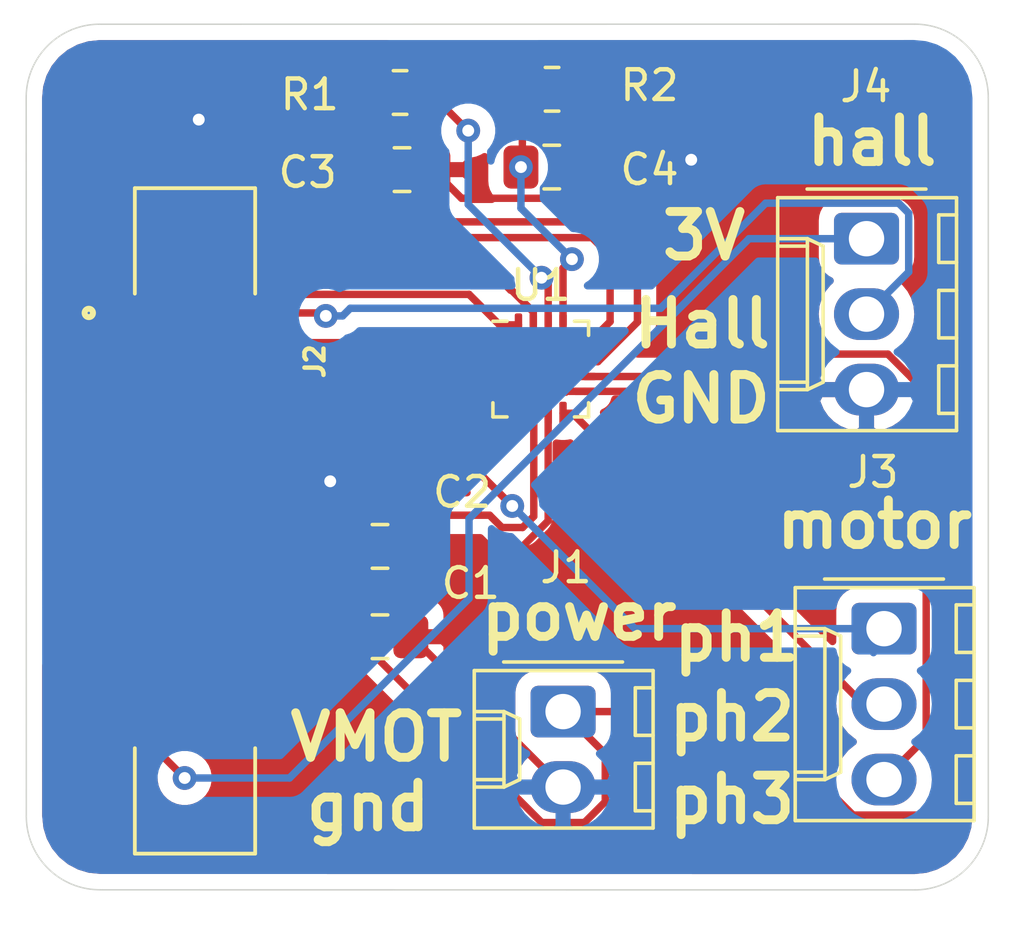
<source format=kicad_pcb>
(kicad_pcb (version 20171130) (host pcbnew "(5.1.10)-1")

  (general
    (thickness 1.6)
    (drawings 19)
    (tracks 156)
    (zones 0)
    (modules 11)
    (nets 16)
  )

  (page A4)
  (layers
    (0 F.Cu signal)
    (31 B.Cu signal)
    (32 B.Adhes user hide)
    (33 F.Adhes user)
    (34 B.Paste user hide)
    (35 F.Paste user hide)
    (36 B.SilkS user hide)
    (37 F.SilkS user)
    (38 B.Mask user)
    (39 F.Mask user hide)
    (40 Dwgs.User user)
    (41 Cmts.User user)
    (42 Eco1.User user)
    (43 Eco2.User user)
    (44 Edge.Cuts user)
    (45 Margin user)
    (46 B.CrtYd user)
    (47 F.CrtYd user)
    (48 B.Fab user)
    (49 F.Fab user)
  )

  (setup
    (last_trace_width 0.25)
    (trace_clearance 0.2)
    (zone_clearance 0.508)
    (zone_45_only no)
    (trace_min 0.2)
    (via_size 0.8)
    (via_drill 0.4)
    (via_min_size 0.4)
    (via_min_drill 0.3)
    (uvia_size 0.3)
    (uvia_drill 0.1)
    (uvias_allowed no)
    (uvia_min_size 0.2)
    (uvia_min_drill 0.1)
    (edge_width 0.05)
    (segment_width 0.2)
    (pcb_text_width 0.3)
    (pcb_text_size 1.5 1.5)
    (mod_edge_width 0.12)
    (mod_text_size 1 1)
    (mod_text_width 0.15)
    (pad_size 1.524 1.524)
    (pad_drill 0.762)
    (pad_to_mask_clearance 0)
    (aux_axis_origin 0 0)
    (visible_elements 7FFFFFFF)
    (pcbplotparams
      (layerselection 0x010fc_ffffffff)
      (usegerberextensions false)
      (usegerberattributes true)
      (usegerberadvancedattributes true)
      (creategerberjobfile true)
      (excludeedgelayer true)
      (linewidth 0.100000)
      (plotframeref false)
      (viasonmask false)
      (mode 1)
      (useauxorigin false)
      (hpglpennumber 1)
      (hpglpenspeed 20)
      (hpglpendiameter 15.000000)
      (psnegative false)
      (psa4output false)
      (plotreference true)
      (plotvalue true)
      (plotinvisibletext false)
      (padsonsilk false)
      (subtractmaskfromsilk false)
      (outputformat 1)
      (mirror false)
      (drillshape 1)
      (scaleselection 1)
      (outputdirectory ""))
  )

  (net 0 "")
  (net 1 GND)
  (net 2 +3V3)
  (net 3 "Net-(C3-Pad1)")
  (net 4 "Net-(C4-Pad1)")
  (net 5 PWM3L)
  (net 6 PWM3H)
  (net 7 PWM2L)
  (net 8 PWM2H)
  (net 9 PWM1L)
  (net 10 PWM1H)
  (net 11 HALL)
  (net 12 PH3)
  (net 13 PH2)
  (net 14 PH1)
  (net 15 +5V)

  (net_class Default "This is the default net class."
    (clearance 0.2)
    (trace_width 0.25)
    (via_dia 0.8)
    (via_drill 0.4)
    (uvia_dia 0.3)
    (uvia_drill 0.1)
    (add_net +3V3)
    (add_net +5V)
    (add_net GND)
    (add_net HALL)
    (add_net "Net-(C3-Pad1)")
    (add_net "Net-(C4-Pad1)")
    (add_net PH1)
    (add_net PH2)
    (add_net PH3)
    (add_net PWM1H)
    (add_net PWM1L)
    (add_net PWM2H)
    (add_net PWM2L)
    (add_net PWM3H)
    (add_net PWM3L)
  )

  (module footprints:TE_1-1734248-5 (layer F.Cu) (tedit 61029AC2) (tstamp 619FF868)
    (at 105.92054 92.29344 270)
    (path /61A027C8)
    (fp_text reference J2 (at -5.37339 -4.010418 90) (layer F.SilkS)
      (effects (font (size 0.640643 0.640643) (thickness 0.15)))
    )
    (fp_text value 1-1734248-5 (at -2.111578 4.965662 90) (layer F.Fab)
      (effects (font (size 0.640359 0.640359) (thickness 0.15)))
    )
    (fp_circle (center -7 3.6) (end -6.858581 3.6) (layer F.Fab) (width 0.2))
    (fp_line (start 11.2 2.05) (end 11.2 -2) (layer F.Fab) (width 0.127))
    (fp_line (start -11.2 2.05) (end -11.2 -2) (layer F.Fab) (width 0.127))
    (fp_line (start -11.2 -2) (end -7.65 -2) (layer F.SilkS) (width 0.127))
    (fp_line (start -11.2 2.05) (end -7.65 2.05) (layer F.SilkS) (width 0.127))
    (fp_line (start 11.2 -2) (end 7.65 -2) (layer F.SilkS) (width 0.127))
    (fp_line (start 11.2 2.05) (end 7.65 2.05) (layer F.SilkS) (width 0.127))
    (fp_line (start 7.55 2.3) (end 7.55 3.2) (layer F.CrtYd) (width 0.05))
    (fp_line (start 11.45 2.3) (end 7.55 2.3) (layer F.CrtYd) (width 0.05))
    (fp_line (start 11.45 -2.25) (end 11.45 2.3) (layer F.CrtYd) (width 0.05))
    (fp_line (start 7.55 -2.25) (end 11.45 -2.25) (layer F.CrtYd) (width 0.05))
    (fp_line (start 7.55 -2.8) (end 7.55 -2.25) (layer F.CrtYd) (width 0.05))
    (fp_line (start -7.55 -2.8) (end 7.55 -2.8) (layer F.CrtYd) (width 0.05))
    (fp_line (start -7.55 -2.25) (end -7.55 -2.8) (layer F.CrtYd) (width 0.05))
    (fp_line (start -11.45 -2.25) (end -7.55 -2.25) (layer F.CrtYd) (width 0.05))
    (fp_line (start -11.45 2.3) (end -11.45 -2.25) (layer F.CrtYd) (width 0.05))
    (fp_line (start -7.55 2.3) (end -11.45 2.3) (layer F.CrtYd) (width 0.05))
    (fp_line (start -7.55 3.2) (end -7.55 2.3) (layer F.CrtYd) (width 0.05))
    (fp_line (start 7.55 3.2) (end -7.55 3.2) (layer F.CrtYd) (width 0.05))
    (fp_circle (center -7 3.6) (end -6.858581 3.6) (layer F.SilkS) (width 0.2))
    (fp_line (start 11.2 2.05) (end -11.2 2.05) (layer F.Fab) (width 0.127))
    (fp_line (start 6 -2) (end 6 -2.55) (layer F.Fab) (width 0.127))
    (fp_line (start 11.2 -2) (end 6 -2) (layer F.Fab) (width 0.127))
    (fp_line (start 11.2 2.05) (end 11.2 -2) (layer F.SilkS) (width 0.127))
    (fp_line (start -6 -2.55) (end 6 -2.55) (layer F.Fab) (width 0.127))
    (fp_line (start -6 -2) (end -6 -2.55) (layer F.Fab) (width 0.127))
    (fp_line (start -11.2 -2) (end -6 -2) (layer F.Fab) (width 0.127))
    (fp_line (start -11.2 2.05) (end -11.2 -2) (layer F.SilkS) (width 0.127))
    (pad 15_1 smd rect (at 7 -1.725 270) (size 0.6 1.65) (layers F.Cu F.Paste F.Mask)
      (net 2 +3V3))
    (pad 14_1 smd rect (at 6 -1.725 270) (size 0.6 1.65) (layers F.Cu F.Paste F.Mask)
      (net 5 PWM3L))
    (pad 13_1 smd rect (at 5 -1.725 270) (size 0.6 1.65) (layers F.Cu F.Paste F.Mask))
    (pad 12_1 smd rect (at 4 -1.725 270) (size 0.6 1.65) (layers F.Cu F.Paste F.Mask))
    (pad 11_1 smd rect (at 3 -1.725 270) (size 0.6 1.65) (layers F.Cu F.Paste F.Mask))
    (pad 10_1 smd rect (at 2 -1.725 270) (size 0.6 1.65) (layers F.Cu F.Paste F.Mask))
    (pad 9_1 smd rect (at 1 -1.725 270) (size 0.6 1.65) (layers F.Cu F.Paste F.Mask))
    (pad 8_1 smd rect (at 0 -1.725 270) (size 0.6 1.65) (layers F.Cu F.Paste F.Mask))
    (pad 7_1 smd rect (at -1 -1.725 270) (size 0.6 1.65) (layers F.Cu F.Paste F.Mask)
      (net 6 PWM3H))
    (pad 6_1 smd rect (at -2 -1.725 270) (size 0.6 1.65) (layers F.Cu F.Paste F.Mask))
    (pad 5_1 smd rect (at -3 -1.725 270) (size 0.6 1.65) (layers F.Cu F.Paste F.Mask)
      (net 7 PWM2L))
    (pad 4_1 smd rect (at -4 -1.725 270) (size 0.6 1.65) (layers F.Cu F.Paste F.Mask)
      (net 8 PWM2H))
    (pad 3_1 smd rect (at -5 -1.725 270) (size 0.6 1.65) (layers F.Cu F.Paste F.Mask)
      (net 9 PWM1L))
    (pad 2_1 smd rect (at -6 -1.725 270) (size 0.6 1.65) (layers F.Cu F.Paste F.Mask)
      (net 10 PWM1H))
    (pad 15 smd rect (at 7 2.025 270) (size 0.6 1.85) (layers F.Cu F.Paste F.Mask)
      (net 2 +3V3))
    (pad 14 smd rect (at 6 2.025 270) (size 0.6 1.85) (layers F.Cu F.Paste F.Mask)
      (net 5 PWM3L))
    (pad 13 smd rect (at 5 2.025 270) (size 0.6 1.85) (layers F.Cu F.Paste F.Mask))
    (pad 12 smd rect (at 4 2.025 270) (size 0.6 1.85) (layers F.Cu F.Paste F.Mask))
    (pad 11 smd rect (at 3 2.025 270) (size 0.6 1.85) (layers F.Cu F.Paste F.Mask))
    (pad 10 smd rect (at 2 2.025 270) (size 0.6 1.85) (layers F.Cu F.Paste F.Mask))
    (pad 9 smd rect (at 1 2.025 270) (size 0.6 1.85) (layers F.Cu F.Paste F.Mask))
    (pad 8 smd rect (at 0 2.025 270) (size 0.6 1.85) (layers F.Cu F.Paste F.Mask))
    (pad 7 smd rect (at -1 2.025 270) (size 0.6 1.85) (layers F.Cu F.Paste F.Mask)
      (net 6 PWM3H))
    (pad 6 smd rect (at -2 2.025 270) (size 0.6 1.85) (layers F.Cu F.Paste F.Mask))
    (pad 5 smd rect (at -3 2.025 270) (size 0.6 1.85) (layers F.Cu F.Paste F.Mask)
      (net 7 PWM2L))
    (pad 4 smd rect (at -4 2.025 270) (size 0.6 1.85) (layers F.Cu F.Paste F.Mask)
      (net 8 PWM2H))
    (pad 3 smd rect (at -5 2.025 270) (size 0.6 1.85) (layers F.Cu F.Paste F.Mask)
      (net 9 PWM1L))
    (pad 2 smd rect (at -6 2.025 270) (size 0.6 1.85) (layers F.Cu F.Paste F.Mask)
      (net 10 PWM1H))
    (pad 1_1 smd rect (at -7 -1.725 270) (size 0.6 1.65) (layers F.Cu F.Paste F.Mask)
      (net 11 HALL))
    (pad 1 smd rect (at -7 2.025 270) (size 0.6 1.85) (layers F.Cu F.Paste F.Mask)
      (net 11 HALL))
    (model ${KIPRJMOD}/Socket_BeagleBone_Black.3dshapes/c-1-1734248-5-e-3d.stp
      (offset (xyz 0 0 4.5))
      (scale (xyz 1 1 1))
      (rotate (xyz 0 0 0))
    )
  )

  (module Connector_Molex:Molex_KK-254_AE-6410-02A_1x02_P2.54mm_Vertical (layer F.Cu) (tedit 5EA53D3B) (tstamp 619FF82A)
    (at 118.28526 98.71202 270)
    (descr "Molex KK-254 Interconnect System, old/engineering part number: AE-6410-02A example for new part number: 22-27-2021, 2 Pins (http://www.molex.com/pdm_docs/sd/022272021_sd.pdf), generated with kicad-footprint-generator")
    (tags "connector Molex KK-254 vertical")
    (path /619F9F94)
    (fp_text reference J1 (at -4.84632 -0.09652 180) (layer F.SilkS)
      (effects (font (size 1 1) (thickness 0.15)))
    )
    (fp_text value Conn_01x02 (at 1.27 4.08 90) (layer F.Fab)
      (effects (font (size 1 1) (thickness 0.15)))
    )
    (fp_line (start -1.27 -2.92) (end -1.27 2.88) (layer F.Fab) (width 0.1))
    (fp_line (start -1.27 2.88) (end 3.81 2.88) (layer F.Fab) (width 0.1))
    (fp_line (start 3.81 2.88) (end 3.81 -2.92) (layer F.Fab) (width 0.1))
    (fp_line (start 3.81 -2.92) (end -1.27 -2.92) (layer F.Fab) (width 0.1))
    (fp_line (start -1.38 -3.03) (end -1.38 2.99) (layer F.SilkS) (width 0.12))
    (fp_line (start -1.38 2.99) (end 3.92 2.99) (layer F.SilkS) (width 0.12))
    (fp_line (start 3.92 2.99) (end 3.92 -3.03) (layer F.SilkS) (width 0.12))
    (fp_line (start 3.92 -3.03) (end -1.38 -3.03) (layer F.SilkS) (width 0.12))
    (fp_line (start -1.67 -2) (end -1.67 2) (layer F.SilkS) (width 0.12))
    (fp_line (start -1.27 -0.5) (end -0.562893 0) (layer F.Fab) (width 0.1))
    (fp_line (start -0.562893 0) (end -1.27 0.5) (layer F.Fab) (width 0.1))
    (fp_line (start 0 2.99) (end 0 1.99) (layer F.SilkS) (width 0.12))
    (fp_line (start 0 1.99) (end 2.54 1.99) (layer F.SilkS) (width 0.12))
    (fp_line (start 2.54 1.99) (end 2.54 2.99) (layer F.SilkS) (width 0.12))
    (fp_line (start 0 1.99) (end 0.25 1.46) (layer F.SilkS) (width 0.12))
    (fp_line (start 0.25 1.46) (end 2.29 1.46) (layer F.SilkS) (width 0.12))
    (fp_line (start 2.29 1.46) (end 2.54 1.99) (layer F.SilkS) (width 0.12))
    (fp_line (start 0.25 2.99) (end 0.25 1.99) (layer F.SilkS) (width 0.12))
    (fp_line (start 2.29 2.99) (end 2.29 1.99) (layer F.SilkS) (width 0.12))
    (fp_line (start -0.8 -3.03) (end -0.8 -2.43) (layer F.SilkS) (width 0.12))
    (fp_line (start -0.8 -2.43) (end 0.8 -2.43) (layer F.SilkS) (width 0.12))
    (fp_line (start 0.8 -2.43) (end 0.8 -3.03) (layer F.SilkS) (width 0.12))
    (fp_line (start 1.74 -3.03) (end 1.74 -2.43) (layer F.SilkS) (width 0.12))
    (fp_line (start 1.74 -2.43) (end 3.34 -2.43) (layer F.SilkS) (width 0.12))
    (fp_line (start 3.34 -2.43) (end 3.34 -3.03) (layer F.SilkS) (width 0.12))
    (fp_line (start -1.77 -3.42) (end -1.77 3.38) (layer F.CrtYd) (width 0.05))
    (fp_line (start -1.77 3.38) (end 4.31 3.38) (layer F.CrtYd) (width 0.05))
    (fp_line (start 4.31 3.38) (end 4.31 -3.42) (layer F.CrtYd) (width 0.05))
    (fp_line (start 4.31 -3.42) (end -1.77 -3.42) (layer F.CrtYd) (width 0.05))
    (fp_text user %R (at 0.95504 -2.16916 90) (layer F.Fab)
      (effects (font (size 1 1) (thickness 0.15)))
    )
    (pad 2 thru_hole oval (at 2.54 0 270) (size 1.74 2.19) (drill 1.19) (layers *.Cu *.Mask)
      (net 1 GND))
    (pad 1 thru_hole roundrect (at 0 0 270) (size 1.74 2.19) (drill 1.19) (layers *.Cu *.Mask) (roundrect_rratio 0.143678)
      (net 15 +5V))
    (model ${KISYS3DMOD}/Connector_Molex.3dshapes/Molex_KK-254_AE-6410-02A_1x02_P2.54mm_Vertical.wrl
      (at (xyz 0 0 0))
      (scale (xyz 1 1 1))
      (rotate (xyz 0 0 0))
    )
  )

  (module Package_DFN_QFN:VQFN-16-1EP_3x3mm_P0.5mm_EP1.8x1.8mm (layer F.Cu) (tedit 5DC5F6A8) (tstamp 619FF904)
    (at 117.53342 87.18296)
    (descr "VQFN, 16 Pin (https://www.st.com/resource/en/datasheet/stspin220.pdf), generated with kicad-footprint-generator ipc_noLead_generator.py")
    (tags "VQFN NoLead")
    (path /619F5C8A)
    (attr smd)
    (fp_text reference U1 (at 0 -2.82) (layer F.SilkS)
      (effects (font (size 1 1) (thickness 0.15)))
    )
    (fp_text value STSPIN230 (at 0 2.82) (layer F.Fab)
      (effects (font (size 1 1) (thickness 0.15)))
    )
    (fp_line (start 1.135 -1.61) (end 1.61 -1.61) (layer F.SilkS) (width 0.12))
    (fp_line (start 1.61 -1.61) (end 1.61 -1.135) (layer F.SilkS) (width 0.12))
    (fp_line (start -1.135 1.61) (end -1.61 1.61) (layer F.SilkS) (width 0.12))
    (fp_line (start -1.61 1.61) (end -1.61 1.135) (layer F.SilkS) (width 0.12))
    (fp_line (start 1.135 1.61) (end 1.61 1.61) (layer F.SilkS) (width 0.12))
    (fp_line (start 1.61 1.61) (end 1.61 1.135) (layer F.SilkS) (width 0.12))
    (fp_line (start -1.135 -1.61) (end -1.61 -1.61) (layer F.SilkS) (width 0.12))
    (fp_line (start -0.75 -1.5) (end 1.5 -1.5) (layer F.Fab) (width 0.1))
    (fp_line (start 1.5 -1.5) (end 1.5 1.5) (layer F.Fab) (width 0.1))
    (fp_line (start 1.5 1.5) (end -1.5 1.5) (layer F.Fab) (width 0.1))
    (fp_line (start -1.5 1.5) (end -1.5 -0.75) (layer F.Fab) (width 0.1))
    (fp_line (start -1.5 -0.75) (end -0.75 -1.5) (layer F.Fab) (width 0.1))
    (fp_line (start -2.12 -2.12) (end -2.12 2.12) (layer F.CrtYd) (width 0.05))
    (fp_line (start -2.12 2.12) (end 2.12 2.12) (layer F.CrtYd) (width 0.05))
    (fp_line (start 2.12 2.12) (end 2.12 -2.12) (layer F.CrtYd) (width 0.05))
    (fp_line (start 2.12 -2.12) (end -2.12 -2.12) (layer F.CrtYd) (width 0.05))
    (fp_text user %R (at 0 0) (layer F.Fab)
      (effects (font (size 0.75 0.75) (thickness 0.11)))
    )
    (pad "" smd roundrect (at 0.45 0.45) (size 0.73 0.73) (layers F.Paste) (roundrect_rratio 0.25))
    (pad "" smd roundrect (at 0.45 -0.45) (size 0.73 0.73) (layers F.Paste) (roundrect_rratio 0.25))
    (pad "" smd roundrect (at -0.45 0.45) (size 0.73 0.73) (layers F.Paste) (roundrect_rratio 0.25))
    (pad "" smd roundrect (at -0.45 -0.45) (size 0.73 0.73) (layers F.Paste) (roundrect_rratio 0.25))
    (pad 17 smd rect (at 0 0) (size 1.8 1.8) (layers F.Cu F.Mask)
      (net 1 GND))
    (pad 16 smd roundrect (at -0.75 -1.4875) (size 0.25 0.775) (layers F.Cu F.Paste F.Mask) (roundrect_rratio 0.25)
      (net 8 PWM2H))
    (pad 15 smd roundrect (at -0.25 -1.4875) (size 0.25 0.775) (layers F.Cu F.Paste F.Mask) (roundrect_rratio 0.25)
      (net 7 PWM2L))
    (pad 14 smd roundrect (at 0.25 -1.4875) (size 0.25 0.775) (layers F.Cu F.Paste F.Mask) (roundrect_rratio 0.25)
      (net 3 "Net-(C3-Pad1)"))
    (pad 13 smd roundrect (at 0.75 -1.4875) (size 0.25 0.775) (layers F.Cu F.Paste F.Mask) (roundrect_rratio 0.25)
      (net 4 "Net-(C4-Pad1)"))
    (pad 12 smd roundrect (at 1.4875 -0.75) (size 0.775 0.25) (layers F.Cu F.Paste F.Mask) (roundrect_rratio 0.25)
      (net 6 PWM3H))
    (pad 11 smd roundrect (at 1.4875 -0.25) (size 0.775 0.25) (layers F.Cu F.Paste F.Mask) (roundrect_rratio 0.25)
      (net 5 PWM3L))
    (pad 10 smd roundrect (at 1.4875 0.25) (size 0.775 0.25) (layers F.Cu F.Paste F.Mask) (roundrect_rratio 0.25)
      (net 12 PH3))
    (pad 9 smd roundrect (at 1.4875 0.75) (size 0.775 0.25) (layers F.Cu F.Paste F.Mask) (roundrect_rratio 0.25)
      (net 1 GND))
    (pad 8 smd roundrect (at 0.75 1.4875) (size 0.25 0.775) (layers F.Cu F.Paste F.Mask) (roundrect_rratio 0.25)
      (net 13 PH2))
    (pad 7 smd roundrect (at 0.25 1.4875) (size 0.25 0.775) (layers F.Cu F.Paste F.Mask) (roundrect_rratio 0.25)
      (net 1 GND))
    (pad 6 smd roundrect (at -0.25 1.4875) (size 0.25 0.775) (layers F.Cu F.Paste F.Mask) (roundrect_rratio 0.25)
      (net 15 +5V))
    (pad 5 smd roundrect (at -0.75 1.4875) (size 0.25 0.775) (layers F.Cu F.Paste F.Mask) (roundrect_rratio 0.25))
    (pad 4 smd roundrect (at -1.4875 0.75) (size 0.775 0.25) (layers F.Cu F.Paste F.Mask) (roundrect_rratio 0.25)
      (net 1 GND))
    (pad 3 smd roundrect (at -1.4875 0.25) (size 0.775 0.25) (layers F.Cu F.Paste F.Mask) (roundrect_rratio 0.25)
      (net 14 PH1))
    (pad 2 smd roundrect (at -1.4875 -0.25) (size 0.775 0.25) (layers F.Cu F.Paste F.Mask) (roundrect_rratio 0.25)
      (net 9 PWM1L))
    (pad 1 smd roundrect (at -1.4875 -0.75) (size 0.775 0.25) (layers F.Cu F.Paste F.Mask) (roundrect_rratio 0.25)
      (net 10 PWM1H))
    (model ${KISYS3DMOD}/Package_DFN_QFN.3dshapes/VQFN-16-1EP_3x3mm_P0.5mm_EP1.8x1.8mm.wrl
      (at (xyz 0 0 0))
      (scale (xyz 1 1 1))
      (rotate (xyz 0 0 0))
    )
  )

  (module Resistor_SMD:R_0805_2012Metric_Pad1.20x1.40mm_HandSolder (layer F.Cu) (tedit 5F68FEEE) (tstamp 619FF8DA)
    (at 117.91442 77.76464 180)
    (descr "Resistor SMD 0805 (2012 Metric), square (rectangular) end terminal, IPC_7351 nominal with elongated pad for handsoldering. (Body size source: IPC-SM-782 page 72, https://www.pcb-3d.com/wordpress/wp-content/uploads/ipc-sm-782a_amendment_1_and_2.pdf), generated with kicad-footprint-generator")
    (tags "resistor handsolder")
    (path /619FBB69)
    (attr smd)
    (fp_text reference R2 (at -3.27914 0.12954) (layer F.SilkS)
      (effects (font (size 1 1) (thickness 0.15)))
    )
    (fp_text value 10K (at 0 1.65) (layer F.Fab)
      (effects (font (size 1 1) (thickness 0.15)))
    )
    (fp_line (start -1 0.625) (end -1 -0.625) (layer F.Fab) (width 0.1))
    (fp_line (start -1 -0.625) (end 1 -0.625) (layer F.Fab) (width 0.1))
    (fp_line (start 1 -0.625) (end 1 0.625) (layer F.Fab) (width 0.1))
    (fp_line (start 1 0.625) (end -1 0.625) (layer F.Fab) (width 0.1))
    (fp_line (start -0.227064 -0.735) (end 0.227064 -0.735) (layer F.SilkS) (width 0.12))
    (fp_line (start -0.227064 0.735) (end 0.227064 0.735) (layer F.SilkS) (width 0.12))
    (fp_line (start -1.85 0.95) (end -1.85 -0.95) (layer F.CrtYd) (width 0.05))
    (fp_line (start -1.85 -0.95) (end 1.85 -0.95) (layer F.CrtYd) (width 0.05))
    (fp_line (start 1.85 -0.95) (end 1.85 0.95) (layer F.CrtYd) (width 0.05))
    (fp_line (start 1.85 0.95) (end -1.85 0.95) (layer F.CrtYd) (width 0.05))
    (fp_text user %R (at 0 0) (layer F.Fab)
      (effects (font (size 0.5 0.5) (thickness 0.08)))
    )
    (pad 2 smd roundrect (at 1 0 180) (size 1.2 1.4) (layers F.Cu F.Paste F.Mask) (roundrect_rratio 0.208333)
      (net 4 "Net-(C4-Pad1)"))
    (pad 1 smd roundrect (at -1 0 180) (size 1.2 1.4) (layers F.Cu F.Paste F.Mask) (roundrect_rratio 0.208333)
      (net 15 +5V))
    (model ${KISYS3DMOD}/Resistor_SMD.3dshapes/R_0805_2012Metric.wrl
      (at (xyz 0 0 0))
      (scale (xyz 1 1 1))
      (rotate (xyz 0 0 0))
    )
  )

  (module Resistor_SMD:R_0805_2012Metric_Pad1.20x1.40mm_HandSolder (layer F.Cu) (tedit 5F68FEEE) (tstamp 619FF8C9)
    (at 112.79886 77.87386)
    (descr "Resistor SMD 0805 (2012 Metric), square (rectangular) end terminal, IPC_7351 nominal with elongated pad for handsoldering. (Body size source: IPC-SM-782 page 72, https://www.pcb-3d.com/wordpress/wp-content/uploads/ipc-sm-782a_amendment_1_and_2.pdf), generated with kicad-footprint-generator")
    (tags "resistor handsolder")
    (path /619FC2C2)
    (attr smd)
    (fp_text reference R1 (at -3.04292 0.07112) (layer F.SilkS)
      (effects (font (size 1 1) (thickness 0.15)))
    )
    (fp_text value 10K (at 0 1.65) (layer F.Fab)
      (effects (font (size 1 1) (thickness 0.15)))
    )
    (fp_line (start -1 0.625) (end -1 -0.625) (layer F.Fab) (width 0.1))
    (fp_line (start -1 -0.625) (end 1 -0.625) (layer F.Fab) (width 0.1))
    (fp_line (start 1 -0.625) (end 1 0.625) (layer F.Fab) (width 0.1))
    (fp_line (start 1 0.625) (end -1 0.625) (layer F.Fab) (width 0.1))
    (fp_line (start -0.227064 -0.735) (end 0.227064 -0.735) (layer F.SilkS) (width 0.12))
    (fp_line (start -0.227064 0.735) (end 0.227064 0.735) (layer F.SilkS) (width 0.12))
    (fp_line (start -1.85 0.95) (end -1.85 -0.95) (layer F.CrtYd) (width 0.05))
    (fp_line (start -1.85 -0.95) (end 1.85 -0.95) (layer F.CrtYd) (width 0.05))
    (fp_line (start 1.85 -0.95) (end 1.85 0.95) (layer F.CrtYd) (width 0.05))
    (fp_line (start 1.85 0.95) (end -1.85 0.95) (layer F.CrtYd) (width 0.05))
    (fp_text user %R (at 0 0) (layer F.Fab)
      (effects (font (size 0.5 0.5) (thickness 0.08)))
    )
    (pad 2 smd roundrect (at 1 0) (size 1.2 1.4) (layers F.Cu F.Paste F.Mask) (roundrect_rratio 0.208333)
      (net 3 "Net-(C3-Pad1)"))
    (pad 1 smd roundrect (at -1 0) (size 1.2 1.4) (layers F.Cu F.Paste F.Mask) (roundrect_rratio 0.208333)
      (net 15 +5V))
    (model ${KISYS3DMOD}/Resistor_SMD.3dshapes/R_0805_2012Metric.wrl
      (at (xyz 0 0 0))
      (scale (xyz 1 1 1))
      (rotate (xyz 0 0 0))
    )
  )

  (module Connector_Molex:Molex_KK-254_AE-6410-03A_1x03_P2.54mm_Vertical (layer F.Cu) (tedit 5EA53D3B) (tstamp 61A0000D)
    (at 128.4986 82.79384 270)
    (descr "Molex KK-254 Interconnect System, old/engineering part number: AE-6410-03A example for new part number: 22-27-2031, 3 Pins (http://www.molex.com/pdm_docs/sd/022272021_sd.pdf), generated with kicad-footprint-generator")
    (tags "connector Molex KK-254 vertical")
    (path /61A1F2A6)
    (fp_text reference J4 (at -5.12064 0.02032 180) (layer F.SilkS)
      (effects (font (size 1 1) (thickness 0.15)))
    )
    (fp_text value Conn_01x03 (at 2.54 4.08 90) (layer F.Fab)
      (effects (font (size 1 1) (thickness 0.15)))
    )
    (fp_line (start -1.27 -2.92) (end -1.27 2.88) (layer F.Fab) (width 0.1))
    (fp_line (start -1.27 2.88) (end 6.35 2.88) (layer F.Fab) (width 0.1))
    (fp_line (start 6.35 2.88) (end 6.35 -2.92) (layer F.Fab) (width 0.1))
    (fp_line (start 6.35 -2.92) (end -1.27 -2.92) (layer F.Fab) (width 0.1))
    (fp_line (start -1.38 -3.03) (end -1.38 2.99) (layer F.SilkS) (width 0.12))
    (fp_line (start -1.38 2.99) (end 6.46 2.99) (layer F.SilkS) (width 0.12))
    (fp_line (start 6.46 2.99) (end 6.46 -3.03) (layer F.SilkS) (width 0.12))
    (fp_line (start 6.46 -3.03) (end -1.38 -3.03) (layer F.SilkS) (width 0.12))
    (fp_line (start -1.67 -2) (end -1.67 2) (layer F.SilkS) (width 0.12))
    (fp_line (start -1.27 -0.5) (end -0.562893 0) (layer F.Fab) (width 0.1))
    (fp_line (start -0.562893 0) (end -1.27 0.5) (layer F.Fab) (width 0.1))
    (fp_line (start 0 2.99) (end 0 1.99) (layer F.SilkS) (width 0.12))
    (fp_line (start 0 1.99) (end 5.08 1.99) (layer F.SilkS) (width 0.12))
    (fp_line (start 5.08 1.99) (end 5.08 2.99) (layer F.SilkS) (width 0.12))
    (fp_line (start 0 1.99) (end 0.25 1.46) (layer F.SilkS) (width 0.12))
    (fp_line (start 0.25 1.46) (end 4.83 1.46) (layer F.SilkS) (width 0.12))
    (fp_line (start 4.83 1.46) (end 5.08 1.99) (layer F.SilkS) (width 0.12))
    (fp_line (start 0.25 2.99) (end 0.25 1.99) (layer F.SilkS) (width 0.12))
    (fp_line (start 4.83 2.99) (end 4.83 1.99) (layer F.SilkS) (width 0.12))
    (fp_line (start -0.8 -3.03) (end -0.8 -2.43) (layer F.SilkS) (width 0.12))
    (fp_line (start -0.8 -2.43) (end 0.8 -2.43) (layer F.SilkS) (width 0.12))
    (fp_line (start 0.8 -2.43) (end 0.8 -3.03) (layer F.SilkS) (width 0.12))
    (fp_line (start 1.74 -3.03) (end 1.74 -2.43) (layer F.SilkS) (width 0.12))
    (fp_line (start 1.74 -2.43) (end 3.34 -2.43) (layer F.SilkS) (width 0.12))
    (fp_line (start 3.34 -2.43) (end 3.34 -3.03) (layer F.SilkS) (width 0.12))
    (fp_line (start 4.28 -3.03) (end 4.28 -2.43) (layer F.SilkS) (width 0.12))
    (fp_line (start 4.28 -2.43) (end 5.88 -2.43) (layer F.SilkS) (width 0.12))
    (fp_line (start 5.88 -2.43) (end 5.88 -3.03) (layer F.SilkS) (width 0.12))
    (fp_line (start -1.77 -3.42) (end -1.77 3.38) (layer F.CrtYd) (width 0.05))
    (fp_line (start -1.77 3.38) (end 6.85 3.38) (layer F.CrtYd) (width 0.05))
    (fp_line (start 6.85 3.38) (end 6.85 -3.42) (layer F.CrtYd) (width 0.05))
    (fp_line (start 6.85 -3.42) (end -1.77 -3.42) (layer F.CrtYd) (width 0.05))
    (fp_text user %R (at 2.54 -2.22 90) (layer F.Fab)
      (effects (font (size 1 1) (thickness 0.15)))
    )
    (pad 3 thru_hole oval (at 5.08 0 270) (size 1.74 2.19) (drill 1.19) (layers *.Cu *.Mask)
      (net 1 GND))
    (pad 2 thru_hole oval (at 2.54 0 270) (size 1.74 2.19) (drill 1.19) (layers *.Cu *.Mask)
      (net 11 HALL))
    (pad 1 thru_hole roundrect (at 0 0 270) (size 1.74 2.19) (drill 1.19) (layers *.Cu *.Mask) (roundrect_rratio 0.143678)
      (net 2 +3V3))
    (model ${KISYS3DMOD}/Connector_Molex.3dshapes/Molex_KK-254_AE-6410-03A_1x03_P2.54mm_Vertical.wrl
      (at (xyz 0 0 0))
      (scale (xyz 1 1 1))
      (rotate (xyz 0 0 0))
    )
  )

  (module Connector_Molex:Molex_KK-254_AE-6410-03A_1x03_P2.54mm_Vertical (layer F.Cu) (tedit 5EA53D3B) (tstamp 619FF890)
    (at 129.08788 95.92056 270)
    (descr "Molex KK-254 Interconnect System, old/engineering part number: AE-6410-03A example for new part number: 22-27-2031, 3 Pins (http://www.molex.com/pdm_docs/sd/022272021_sd.pdf), generated with kicad-footprint-generator")
    (tags "connector Molex KK-254 vertical")
    (path /61A1E9B9)
    (fp_text reference J3 (at -5.26542 0.37338 180) (layer F.SilkS)
      (effects (font (size 1 1) (thickness 0.15)))
    )
    (fp_text value Conn_01x03 (at 2.54 4.08 90) (layer F.Fab)
      (effects (font (size 1 1) (thickness 0.15)))
    )
    (fp_line (start -1.27 -2.92) (end -1.27 2.88) (layer F.Fab) (width 0.1))
    (fp_line (start -1.27 2.88) (end 6.35 2.88) (layer F.Fab) (width 0.1))
    (fp_line (start 6.35 2.88) (end 6.35 -2.92) (layer F.Fab) (width 0.1))
    (fp_line (start 6.35 -2.92) (end -1.27 -2.92) (layer F.Fab) (width 0.1))
    (fp_line (start -1.38 -3.03) (end -1.38 2.99) (layer F.SilkS) (width 0.12))
    (fp_line (start -1.38 2.99) (end 6.46 2.99) (layer F.SilkS) (width 0.12))
    (fp_line (start 6.46 2.99) (end 6.46 -3.03) (layer F.SilkS) (width 0.12))
    (fp_line (start 6.46 -3.03) (end -1.38 -3.03) (layer F.SilkS) (width 0.12))
    (fp_line (start -1.67 -2) (end -1.67 2) (layer F.SilkS) (width 0.12))
    (fp_line (start -1.27 -0.5) (end -0.562893 0) (layer F.Fab) (width 0.1))
    (fp_line (start -0.562893 0) (end -1.27 0.5) (layer F.Fab) (width 0.1))
    (fp_line (start 0 2.99) (end 0 1.99) (layer F.SilkS) (width 0.12))
    (fp_line (start 0 1.99) (end 5.08 1.99) (layer F.SilkS) (width 0.12))
    (fp_line (start 5.08 1.99) (end 5.08 2.99) (layer F.SilkS) (width 0.12))
    (fp_line (start 0 1.99) (end 0.25 1.46) (layer F.SilkS) (width 0.12))
    (fp_line (start 0.25 1.46) (end 4.83 1.46) (layer F.SilkS) (width 0.12))
    (fp_line (start 4.83 1.46) (end 5.08 1.99) (layer F.SilkS) (width 0.12))
    (fp_line (start 0.25 2.99) (end 0.25 1.99) (layer F.SilkS) (width 0.12))
    (fp_line (start 4.83 2.99) (end 4.83 1.99) (layer F.SilkS) (width 0.12))
    (fp_line (start -0.8 -3.03) (end -0.8 -2.43) (layer F.SilkS) (width 0.12))
    (fp_line (start -0.8 -2.43) (end 0.8 -2.43) (layer F.SilkS) (width 0.12))
    (fp_line (start 0.8 -2.43) (end 0.8 -3.03) (layer F.SilkS) (width 0.12))
    (fp_line (start 1.74 -3.03) (end 1.74 -2.43) (layer F.SilkS) (width 0.12))
    (fp_line (start 1.74 -2.43) (end 3.34 -2.43) (layer F.SilkS) (width 0.12))
    (fp_line (start 3.34 -2.43) (end 3.34 -3.03) (layer F.SilkS) (width 0.12))
    (fp_line (start 4.28 -3.03) (end 4.28 -2.43) (layer F.SilkS) (width 0.12))
    (fp_line (start 4.28 -2.43) (end 5.88 -2.43) (layer F.SilkS) (width 0.12))
    (fp_line (start 5.88 -2.43) (end 5.88 -3.03) (layer F.SilkS) (width 0.12))
    (fp_line (start -1.77 -3.42) (end -1.77 3.38) (layer F.CrtYd) (width 0.05))
    (fp_line (start -1.77 3.38) (end 6.85 3.38) (layer F.CrtYd) (width 0.05))
    (fp_line (start 6.85 3.38) (end 6.85 -3.42) (layer F.CrtYd) (width 0.05))
    (fp_line (start 6.85 -3.42) (end -1.77 -3.42) (layer F.CrtYd) (width 0.05))
    (fp_text user %R (at 2.54 -2.22 90) (layer F.Fab)
      (effects (font (size 1 1) (thickness 0.15)))
    )
    (pad 3 thru_hole oval (at 5.08 0 270) (size 1.74 2.19) (drill 1.19) (layers *.Cu *.Mask)
      (net 12 PH3))
    (pad 2 thru_hole oval (at 2.54 0 270) (size 1.74 2.19) (drill 1.19) (layers *.Cu *.Mask)
      (net 13 PH2))
    (pad 1 thru_hole roundrect (at 0 0 270) (size 1.74 2.19) (drill 1.19) (layers *.Cu *.Mask) (roundrect_rratio 0.143678)
      (net 14 PH1))
    (model ${KISYS3DMOD}/Connector_Molex.3dshapes/Molex_KK-254_AE-6410-03A_1x03_P2.54mm_Vertical.wrl
      (at (xyz 0 0 0))
      (scale (xyz 1 1 1))
      (rotate (xyz 0 0 0))
    )
  )

  (module Capacitor_SMD:C_0805_2012Metric_Pad1.18x1.45mm_HandSolder (layer F.Cu) (tedit 5F68FEEF) (tstamp 619FF802)
    (at 117.90426 80.38338)
    (descr "Capacitor SMD 0805 (2012 Metric), square (rectangular) end terminal, IPC_7351 nominal with elongated pad for handsoldering. (Body size source: IPC-SM-782 page 76, https://www.pcb-3d.com/wordpress/wp-content/uploads/ipc-sm-782a_amendment_1_and_2.pdf, https://docs.google.com/spreadsheets/d/1BsfQQcO9C6DZCsRaXUlFlo91Tg2WpOkGARC1WS5S8t0/edit?usp=sharing), generated with kicad-footprint-generator")
    (tags "capacitor handsolder")
    (path /619FE56D)
    (attr smd)
    (fp_text reference C4 (at 3.2893 0.08382) (layer F.SilkS)
      (effects (font (size 1 1) (thickness 0.15)))
    )
    (fp_text value 10nF (at 0 1.68) (layer F.Fab)
      (effects (font (size 1 1) (thickness 0.15)))
    )
    (fp_line (start -1 0.625) (end -1 -0.625) (layer F.Fab) (width 0.1))
    (fp_line (start -1 -0.625) (end 1 -0.625) (layer F.Fab) (width 0.1))
    (fp_line (start 1 -0.625) (end 1 0.625) (layer F.Fab) (width 0.1))
    (fp_line (start 1 0.625) (end -1 0.625) (layer F.Fab) (width 0.1))
    (fp_line (start -0.261252 -0.735) (end 0.261252 -0.735) (layer F.SilkS) (width 0.12))
    (fp_line (start -0.261252 0.735) (end 0.261252 0.735) (layer F.SilkS) (width 0.12))
    (fp_line (start -1.88 0.98) (end -1.88 -0.98) (layer F.CrtYd) (width 0.05))
    (fp_line (start -1.88 -0.98) (end 1.88 -0.98) (layer F.CrtYd) (width 0.05))
    (fp_line (start 1.88 -0.98) (end 1.88 0.98) (layer F.CrtYd) (width 0.05))
    (fp_line (start 1.88 0.98) (end -1.88 0.98) (layer F.CrtYd) (width 0.05))
    (fp_text user %R (at 0 0) (layer F.Fab)
      (effects (font (size 0.5 0.5) (thickness 0.08)))
    )
    (pad 2 smd roundrect (at 1.0375 0) (size 1.175 1.45) (layers F.Cu F.Paste F.Mask) (roundrect_rratio 0.212766)
      (net 1 GND))
    (pad 1 smd roundrect (at -1.0375 0) (size 1.175 1.45) (layers F.Cu F.Paste F.Mask) (roundrect_rratio 0.212766)
      (net 4 "Net-(C4-Pad1)"))
    (model ${KISYS3DMOD}/Capacitor_SMD.3dshapes/C_0805_2012Metric.wrl
      (at (xyz 0 0 0))
      (scale (xyz 1 1 1))
      (rotate (xyz 0 0 0))
    )
  )

  (module Capacitor_SMD:C_0805_2012Metric_Pad1.18x1.45mm_HandSolder (layer F.Cu) (tedit 5F68FEEF) (tstamp 619FF7F1)
    (at 112.8649 80.46974)
    (descr "Capacitor SMD 0805 (2012 Metric), square (rectangular) end terminal, IPC_7351 nominal with elongated pad for handsoldering. (Body size source: IPC-SM-782 page 76, https://www.pcb-3d.com/wordpress/wp-content/uploads/ipc-sm-782a_amendment_1_and_2.pdf, https://docs.google.com/spreadsheets/d/1BsfQQcO9C6DZCsRaXUlFlo91Tg2WpOkGARC1WS5S8t0/edit?usp=sharing), generated with kicad-footprint-generator")
    (tags "capacitor handsolder")
    (path /619FDA3C)
    (attr smd)
    (fp_text reference C3 (at -3.17754 0.09144) (layer F.SilkS)
      (effects (font (size 1 1) (thickness 0.15)))
    )
    (fp_text value 10nF (at 0 1.68) (layer F.Fab)
      (effects (font (size 1 1) (thickness 0.15)))
    )
    (fp_line (start -1 0.625) (end -1 -0.625) (layer F.Fab) (width 0.1))
    (fp_line (start -1 -0.625) (end 1 -0.625) (layer F.Fab) (width 0.1))
    (fp_line (start 1 -0.625) (end 1 0.625) (layer F.Fab) (width 0.1))
    (fp_line (start 1 0.625) (end -1 0.625) (layer F.Fab) (width 0.1))
    (fp_line (start -0.261252 -0.735) (end 0.261252 -0.735) (layer F.SilkS) (width 0.12))
    (fp_line (start -0.261252 0.735) (end 0.261252 0.735) (layer F.SilkS) (width 0.12))
    (fp_line (start -1.88 0.98) (end -1.88 -0.98) (layer F.CrtYd) (width 0.05))
    (fp_line (start -1.88 -0.98) (end 1.88 -0.98) (layer F.CrtYd) (width 0.05))
    (fp_line (start 1.88 -0.98) (end 1.88 0.98) (layer F.CrtYd) (width 0.05))
    (fp_line (start 1.88 0.98) (end -1.88 0.98) (layer F.CrtYd) (width 0.05))
    (fp_text user %R (at 0 0) (layer F.Fab)
      (effects (font (size 0.5 0.5) (thickness 0.08)))
    )
    (pad 2 smd roundrect (at 1.0375 0) (size 1.175 1.45) (layers F.Cu F.Paste F.Mask) (roundrect_rratio 0.212766)
      (net 1 GND))
    (pad 1 smd roundrect (at -1.0375 0) (size 1.175 1.45) (layers F.Cu F.Paste F.Mask) (roundrect_rratio 0.212766)
      (net 3 "Net-(C3-Pad1)"))
    (model ${KISYS3DMOD}/Capacitor_SMD.3dshapes/C_0805_2012Metric.wrl
      (at (xyz 0 0 0))
      (scale (xyz 1 1 1))
      (rotate (xyz 0 0 0))
    )
  )

  (module Capacitor_SMD:C_0805_2012Metric_Pad1.18x1.45mm_HandSolder (layer F.Cu) (tedit 5F68FEEF) (tstamp 619FF7E0)
    (at 112.12322 93.15196)
    (descr "Capacitor SMD 0805 (2012 Metric), square (rectangular) end terminal, IPC_7351 nominal with elongated pad for handsoldering. (Body size source: IPC-SM-782 page 76, https://www.pcb-3d.com/wordpress/wp-content/uploads/ipc-sm-782a_amendment_1_and_2.pdf, https://docs.google.com/spreadsheets/d/1BsfQQcO9C6DZCsRaXUlFlo91Tg2WpOkGARC1WS5S8t0/edit?usp=sharing), generated with kicad-footprint-generator")
    (tags "capacitor handsolder")
    (path /619FF5CF)
    (attr smd)
    (fp_text reference C2 (at 2.76352 -1.82626) (layer F.SilkS)
      (effects (font (size 1 1) (thickness 0.15)))
    )
    (fp_text value 100nF (at 0 1.68) (layer F.Fab)
      (effects (font (size 1 1) (thickness 0.15)))
    )
    (fp_line (start -1 0.625) (end -1 -0.625) (layer F.Fab) (width 0.1))
    (fp_line (start -1 -0.625) (end 1 -0.625) (layer F.Fab) (width 0.1))
    (fp_line (start 1 -0.625) (end 1 0.625) (layer F.Fab) (width 0.1))
    (fp_line (start 1 0.625) (end -1 0.625) (layer F.Fab) (width 0.1))
    (fp_line (start -0.261252 -0.735) (end 0.261252 -0.735) (layer F.SilkS) (width 0.12))
    (fp_line (start -0.261252 0.735) (end 0.261252 0.735) (layer F.SilkS) (width 0.12))
    (fp_line (start -1.88 0.98) (end -1.88 -0.98) (layer F.CrtYd) (width 0.05))
    (fp_line (start -1.88 -0.98) (end 1.88 -0.98) (layer F.CrtYd) (width 0.05))
    (fp_line (start 1.88 -0.98) (end 1.88 0.98) (layer F.CrtYd) (width 0.05))
    (fp_line (start 1.88 0.98) (end -1.88 0.98) (layer F.CrtYd) (width 0.05))
    (fp_text user %R (at 0 0) (layer F.Fab)
      (effects (font (size 0.5 0.5) (thickness 0.08)))
    )
    (pad 2 smd roundrect (at 1.0375 0) (size 1.175 1.45) (layers F.Cu F.Paste F.Mask) (roundrect_rratio 0.212766)
      (net 1 GND))
    (pad 1 smd roundrect (at -1.0375 0) (size 1.175 1.45) (layers F.Cu F.Paste F.Mask) (roundrect_rratio 0.212766)
      (net 15 +5V))
    (model ${KISYS3DMOD}/Capacitor_SMD.3dshapes/C_0805_2012Metric.wrl
      (at (xyz 0 0 0))
      (scale (xyz 1 1 1))
      (rotate (xyz 0 0 0))
    )
  )

  (module Capacitor_SMD:C_0805_2012Metric_Pad1.18x1.45mm_HandSolder (layer F.Cu) (tedit 5F68FEEF) (tstamp 619FF7CF)
    (at 112.12322 96.19234)
    (descr "Capacitor SMD 0805 (2012 Metric), square (rectangular) end terminal, IPC_7351 nominal with elongated pad for handsoldering. (Body size source: IPC-SM-782 page 76, https://www.pcb-3d.com/wordpress/wp-content/uploads/ipc-sm-782a_amendment_1_and_2.pdf, https://docs.google.com/spreadsheets/d/1BsfQQcO9C6DZCsRaXUlFlo91Tg2WpOkGARC1WS5S8t0/edit?usp=sharing), generated with kicad-footprint-generator")
    (tags "capacitor handsolder")
    (path /619FF1D7)
    (attr smd)
    (fp_text reference C1 (at 3.05308 -1.79832) (layer F.SilkS)
      (effects (font (size 1 1) (thickness 0.15)))
    )
    (fp_text value 10nF (at 0 1.68) (layer F.Fab)
      (effects (font (size 1 1) (thickness 0.15)))
    )
    (fp_line (start -1 0.625) (end -1 -0.625) (layer F.Fab) (width 0.1))
    (fp_line (start -1 -0.625) (end 1 -0.625) (layer F.Fab) (width 0.1))
    (fp_line (start 1 -0.625) (end 1 0.625) (layer F.Fab) (width 0.1))
    (fp_line (start 1 0.625) (end -1 0.625) (layer F.Fab) (width 0.1))
    (fp_line (start -0.261252 -0.735) (end 0.261252 -0.735) (layer F.SilkS) (width 0.12))
    (fp_line (start -0.261252 0.735) (end 0.261252 0.735) (layer F.SilkS) (width 0.12))
    (fp_line (start -1.88 0.98) (end -1.88 -0.98) (layer F.CrtYd) (width 0.05))
    (fp_line (start -1.88 -0.98) (end 1.88 -0.98) (layer F.CrtYd) (width 0.05))
    (fp_line (start 1.88 -0.98) (end 1.88 0.98) (layer F.CrtYd) (width 0.05))
    (fp_line (start 1.88 0.98) (end -1.88 0.98) (layer F.CrtYd) (width 0.05))
    (fp_text user %R (at 0 0) (layer F.Fab)
      (effects (font (size 0.5 0.5) (thickness 0.08)))
    )
    (pad 2 smd roundrect (at 1.0375 0) (size 1.175 1.45) (layers F.Cu F.Paste F.Mask) (roundrect_rratio 0.212766)
      (net 1 GND))
    (pad 1 smd roundrect (at -1.0375 0) (size 1.175 1.45) (layers F.Cu F.Paste F.Mask) (roundrect_rratio 0.212766)
      (net 15 +5V))
    (model ${KISYS3DMOD}/Capacitor_SMD.3dshapes/C_0805_2012Metric.wrl
      (at (xyz 0 0 0))
      (scale (xyz 1 1 1))
      (rotate (xyz 0 0 0))
    )
  )

  (gr_text VMOT (at 111.99876 99.57308) (layer F.SilkS)
    (effects (font (size 1.5 1.5) (thickness 0.3)))
  )
  (gr_text gnd (at 111.71936 101.91242) (layer F.SilkS)
    (effects (font (size 1.5 1.5) (thickness 0.3)))
  )
  (gr_text GND (at 122.93092 88.1888) (layer F.SilkS) (tstamp 61A015D0)
    (effects (font (size 1.5 1.5) (thickness 0.3)))
  )
  (gr_text Hall (at 122.96902 85.6615) (layer F.SilkS) (tstamp 61A015CD)
    (effects (font (size 1.5 1.5) (thickness 0.3)))
  )
  (gr_text 3V (at 123.0249 82.69986) (layer F.SilkS) (tstamp 61A015CA)
    (effects (font (size 1.5 1.5) (thickness 0.3)))
  )
  (gr_text ph3 (at 123.97232 101.67366) (layer F.SilkS) (tstamp 61A015C7)
    (effects (font (size 1.5 1.5) (thickness 0.3)))
  )
  (gr_text ph2 (at 123.97232 98.89236) (layer F.SilkS) (tstamp 61A015C4)
    (effects (font (size 1.5 1.5) (thickness 0.3)))
  )
  (gr_text ph1 (at 124.13234 96.20758) (layer F.SilkS) (tstamp 61A015BF)
    (effects (font (size 1.5 1.5) (thickness 0.3)))
  )
  (gr_text power (at 118.82374 95.50146) (layer F.SilkS) (tstamp 61A015BC)
    (effects (font (size 1.5 1.5) (thickness 0.3)))
  )
  (gr_text motor (at 128.77038 92.41028) (layer F.SilkS) (tstamp 61A01594)
    (effects (font (size 1.5 1.5) (thickness 0.3)))
  )
  (gr_text hall (at 128.68148 79.51978) (layer F.SilkS)
    (effects (font (size 1.5 1.5) (thickness 0.3)))
  )
  (gr_line (start 130.1242 75.572619) (end 102.68712 75.57516) (layer Edge.Cuts) (width 0.05))
  (gr_line (start 100.21824 102.235) (end 100.21316 78.04912) (layer Edge.Cuts) (width 0.05))
  (gr_line (start 130.13182 104.71404) (end 102.68966 104.7115) (layer Edge.Cuts) (width 0.05))
  (gr_arc (start 102.68458 78.04658) (end 102.68712 75.57516) (angle -90.05888567) (layer Edge.Cuts) (width 0.05) (tstamp 61A00B8E))
  (gr_arc (start 102.68966 102.23754) (end 100.21824 102.23754) (angle -90) (layer Edge.Cuts) (width 0.05) (tstamp 61A00B82))
  (gr_arc (start 130.12674 102.24262) (end 130.13182 104.71404) (angle -90) (layer Edge.Cuts) (width 0.05) (tstamp 61A00B72))
  (gr_line (start 132.59816 78.04404) (end 132.59816 102.23754) (layer Edge.Cuts) (width 0.05))
  (gr_arc (start 130.1242 78.04658) (end 132.59816 78.04404) (angle -89.94117479) (layer Edge.Cuts) (width 0.05))

  (segment (start 128.43948 87.93296) (end 128.4986 87.87384) (width 0.25) (layer F.Cu) (net 1))
  (segment (start 119.02092 87.93296) (end 128.43948 87.93296) (width 0.25) (layer F.Cu) (net 1))
  (segment (start 117.78342 87.43296) (end 117.53342 87.18296) (width 0.25) (layer F.Cu) (net 1))
  (segment (start 117.78342 88.67046) (end 117.78342 87.43296) (width 0.25) (layer F.Cu) (net 1))
  (segment (start 118.28342 87.93296) (end 117.53342 87.18296) (width 0.25) (layer F.Cu) (net 1))
  (segment (start 119.02092 87.93296) (end 118.28342 87.93296) (width 0.25) (layer F.Cu) (net 1))
  (segment (start 116.78342 87.93296) (end 117.53342 87.18296) (width 0.25) (layer F.Cu) (net 1))
  (segment (start 116.04592 87.93296) (end 116.78342 87.93296) (width 0.25) (layer F.Cu) (net 1))
  (segment (start 117.89175 81.43339) (end 118.94176 80.38338) (width 0.25) (layer F.Cu) (net 1))
  (segment (start 114.86605 81.43339) (end 117.89175 81.43339) (width 0.25) (layer F.Cu) (net 1))
  (segment (start 113.9024 80.46974) (end 114.86605 81.43339) (width 0.25) (layer F.Cu) (net 1))
  (via (at 122.59818 80.137) (size 0.8) (drill 0.4) (layers F.Cu B.Cu) (net 1))
  (via (at 110.44682 90.95994) (size 0.8) (drill 0.4) (layers F.Cu B.Cu) (net 1))
  (via (at 106.02214 78.78572) (size 0.8) (drill 0.4) (layers F.Cu B.Cu) (net 1))
  (segment (start 113.1951 96.19234) (end 118.41734 101.41458) (width 0.25) (layer F.Cu) (net 1))
  (segment (start 113.16072 96.19234) (end 113.1951 96.19234) (width 0.25) (layer F.Cu) (net 1))
  (segment (start 113.16072 93.15196) (end 113.16072 96.19234) (width 0.25) (layer F.Cu) (net 1))
  (segment (start 113.881467 96.19234) (end 117.78342 92.290387) (width 0.25) (layer F.Cu) (net 1))
  (segment (start 113.16072 96.19234) (end 113.881467 96.19234) (width 0.25) (layer F.Cu) (net 1))
  (segment (start 117.78342 92.290387) (end 117.78342 88.67046) (width 0.25) (layer F.Cu) (net 1))
  (segment (start 103.89554 99.29344) (end 107.64554 99.29344) (width 0.25) (layer F.Cu) (net 2))
  (segment (start 105.54716 100.94722) (end 105.54716 100.94722) (width 0.25) (layer B.Cu) (net 2) (tstamp 61A005E2))
  (via (at 105.54716 100.94722) (size 0.8) (drill 0.4) (layers F.Cu B.Cu) (net 2))
  (segment (start 103.89554 99.2956) (end 105.54716 100.94722) (width 0.25) (layer F.Cu) (net 2))
  (segment (start 103.89554 99.29344) (end 103.89554 99.2956) (width 0.25) (layer F.Cu) (net 2))
  (segment (start 108.70962 99.29344) (end 107.64554 99.29344) (width 0.25) (layer F.Cu) (net 2))
  (segment (start 115.11915 94.90583) (end 109.07776 100.94722) (width 0.25) (layer B.Cu) (net 2))
  (segment (start 124.54523 82.79384) (end 128.4986 82.79384) (width 0.25) (layer B.Cu) (net 2))
  (segment (start 115.11915 94.90583) (end 115.11915 92.219922) (width 0.25) (layer B.Cu) (net 2))
  (segment (start 109.07776 100.94722) (end 105.54716 100.94722) (width 0.25) (layer B.Cu) (net 2))
  (segment (start 115.11915 92.219922) (end 124.54523 82.79384) (width 0.25) (layer B.Cu) (net 2))
  (segment (start 113.79886 78.49828) (end 111.8274 80.46974) (width 0.25) (layer F.Cu) (net 3))
  (segment (start 113.79886 77.87386) (end 113.79886 78.49828) (width 0.25) (layer F.Cu) (net 3))
  (segment (start 115.09248 79.15656) (end 115.09248 79.15656) (width 0.25) (layer B.Cu) (net 3) (tstamp 61A00D09))
  (via (at 115.09248 79.15656) (size 0.8) (drill 0.4) (layers F.Cu B.Cu) (net 3))
  (segment (start 115.08156 79.15656) (end 113.79886 77.87386) (width 0.25) (layer F.Cu) (net 3))
  (segment (start 115.09248 79.15656) (end 115.08156 79.15656) (width 0.25) (layer F.Cu) (net 3))
  (segment (start 117.78342 84.26812) (end 117.78342 84.26812) (width 0.25) (layer B.Cu) (net 3))
  (segment (start 115.09248 81.642154) (end 117.55841 84.108084) (width 0.25) (layer B.Cu) (net 3))
  (segment (start 115.09248 79.15656) (end 115.09248 81.642154) (width 0.25) (layer B.Cu) (net 3))
  (via (at 117.55841 84.108084) (size 0.8) (drill 0.4) (layers F.Cu B.Cu) (net 3))
  (segment (start 117.78342 85.69546) (end 117.78342 84.333094) (width 0.25) (layer F.Cu) (net 3))
  (segment (start 117.78342 84.333094) (end 117.55841 84.108084) (width 0.25) (layer F.Cu) (net 3))
  (segment (start 116.91442 80.33572) (end 116.86676 80.38338) (width 0.25) (layer F.Cu) (net 4))
  (segment (start 116.91442 77.76464) (end 116.91442 80.33572) (width 0.25) (layer F.Cu) (net 4))
  (segment (start 116.86676 80.38338) (end 116.86676 80.38338) (width 0.25) (layer F.Cu) (net 4) (tstamp 61A00DEB))
  (via (at 116.86676 80.38338) (size 0.8) (drill 0.4) (layers F.Cu B.Cu) (net 4))
  (segment (start 116.86676 80.38338) (end 116.86676 81.767236) (width 0.25) (layer B.Cu) (net 4))
  (via (at 118.582814 83.48329) (size 0.8) (drill 0.4) (layers F.Cu B.Cu) (net 4))
  (segment (start 116.86676 81.767236) (end 118.582814 83.48329) (width 0.25) (layer B.Cu) (net 4))
  (segment (start 118.28342 83.782684) (end 118.582814 83.48329) (width 0.25) (layer F.Cu) (net 4))
  (segment (start 118.28342 85.69546) (end 118.28342 83.782684) (width 0.25) (layer F.Cu) (net 4))
  (segment (start 107.64554 98.29344) (end 103.89554 98.29344) (width 0.25) (layer F.Cu) (net 5))
  (segment (start 120.78716 83.41614) (end 120.78716 85.602242) (width 0.25) (layer F.Cu) (net 5))
  (segment (start 119.59844 82.22742) (end 120.78716 83.41614) (width 0.25) (layer F.Cu) (net 5))
  (segment (start 102.50932 82.22742) (end 119.59844 82.22742) (width 0.25) (layer F.Cu) (net 5))
  (segment (start 120.78716 85.602242) (end 119.456442 86.93296) (width 0.25) (layer F.Cu) (net 5))
  (segment (start 101.295505 83.441235) (end 102.50932 82.22742) (width 0.25) (layer F.Cu) (net 5))
  (segment (start 119.456442 86.93296) (end 119.02092 86.93296) (width 0.25) (layer F.Cu) (net 5))
  (segment (start 101.295505 96.503406) (end 101.295505 83.441235) (width 0.25) (layer F.Cu) (net 5))
  (segment (start 103.085538 98.29344) (end 101.295505 96.503406) (width 0.25) (layer F.Cu) (net 5))
  (segment (start 103.89554 98.29344) (end 103.085538 98.29344) (width 0.25) (layer F.Cu) (net 5))
  (segment (start 107.64554 91.29344) (end 103.89554 91.29344) (width 0.25) (layer F.Cu) (net 6))
  (segment (start 101.745516 90.318416) (end 101.745516 84.36064) (width 0.25) (layer F.Cu) (net 6))
  (segment (start 102.72054 91.29344) (end 101.745516 90.318416) (width 0.25) (layer F.Cu) (net 6))
  (segment (start 103.89554 91.29344) (end 102.72054 91.29344) (width 0.25) (layer F.Cu) (net 6))
  (segment (start 102.802868 83.303288) (end 102.910996 83.19516) (width 0.25) (layer F.Cu) (net 6))
  (segment (start 101.745516 84.36064) (end 102.802868 83.303288) (width 0.25) (layer F.Cu) (net 6))
  (segment (start 102.802868 83.303288) (end 103.347876 82.75828) (width 0.25) (layer F.Cu) (net 6))
  (segment (start 103.347876 82.75828) (end 119.25808 82.75828) (width 0.25) (layer F.Cu) (net 6))
  (segment (start 119.25808 82.75828) (end 119.86768 83.36788) (width 0.25) (layer F.Cu) (net 6))
  (segment (start 119.86768 85.5862) (end 119.02092 86.43296) (width 0.25) (layer F.Cu) (net 6))
  (segment (start 119.86768 83.36788) (end 119.86768 85.5862) (width 0.25) (layer F.Cu) (net 6))
  (segment (start 107.64554 89.29344) (end 103.89554 89.29344) (width 0.25) (layer F.Cu) (net 7))
  (segment (start 103.89554 89.29344) (end 102.72054 89.29344) (width 0.25) (layer F.Cu) (net 7))
  (segment (start 102.195527 84.590993) (end 102.82682 83.9597) (width 0.25) (layer F.Cu) (net 7))
  (segment (start 115.95213 83.9597) (end 116.518979 84.526549) (width 0.25) (layer F.Cu) (net 7))
  (segment (start 117.28342 85.259938) (end 117.28342 85.69546) (width 0.25) (layer F.Cu) (net 7))
  (segment (start 102.72054 89.29344) (end 102.195527 88.768427) (width 0.25) (layer F.Cu) (net 7))
  (segment (start 116.518979 84.526549) (end 116.550031 84.526549) (width 0.25) (layer F.Cu) (net 7))
  (segment (start 102.82682 83.9597) (end 115.95213 83.9597) (width 0.25) (layer F.Cu) (net 7))
  (segment (start 116.550031 84.526549) (end 117.28342 85.259938) (width 0.25) (layer F.Cu) (net 7))
  (segment (start 102.195527 88.768427) (end 102.195527 84.590993) (width 0.25) (layer F.Cu) (net 7))
  (segment (start 107.64554 88.29344) (end 103.89554 88.29344) (width 0.25) (layer F.Cu) (net 8))
  (segment (start 103.89554 88.29344) (end 102.72054 88.29344) (width 0.25) (layer F.Cu) (net 8))
  (segment (start 116.147239 85.69546) (end 116.78342 85.69546) (width 0.25) (layer F.Cu) (net 8))
  (segment (start 102.645539 84.777391) (end 102.754491 84.668439) (width 0.25) (layer F.Cu) (net 8))
  (segment (start 115.120218 84.668439) (end 116.147239 85.69546) (width 0.25) (layer F.Cu) (net 8))
  (segment (start 102.72054 88.29344) (end 102.645539 88.218439) (width 0.25) (layer F.Cu) (net 8))
  (segment (start 102.754491 84.668439) (end 115.120218 84.668439) (width 0.25) (layer F.Cu) (net 8))
  (segment (start 102.645539 88.218439) (end 102.645539 84.777391) (width 0.25) (layer F.Cu) (net 8))
  (segment (start 103.89554 87.29344) (end 107.64554 87.29344) (width 0.25) (layer F.Cu) (net 9))
  (segment (start 107.64554 87.29344) (end 113.54803 87.29344) (width 0.25) (layer F.Cu) (net 9))
  (segment (start 113.54803 87.29344) (end 113.90851 86.93296) (width 0.25) (layer F.Cu) (net 9))
  (segment (start 113.90851 86.93296) (end 116.04592 86.93296) (width 0.25) (layer F.Cu) (net 9))
  (segment (start 103.89554 86.29344) (end 107.64554 86.29344) (width 0.25) (layer F.Cu) (net 10))
  (segment (start 115.9064 86.29344) (end 116.04592 86.43296) (width 0.25) (layer F.Cu) (net 10))
  (segment (start 107.64554 86.29344) (end 115.9064 86.29344) (width 0.25) (layer F.Cu) (net 10))
  (segment (start 103.89554 85.29344) (end 107.64554 85.29344) (width 0.25) (layer F.Cu) (net 11))
  (segment (start 110.26418 85.29344) (end 110.26418 85.29344) (width 0.25) (layer F.Cu) (net 11) (tstamp 61A00BC9))
  (segment (start 107.64554 85.29344) (end 110.198974 85.29344) (width 0.25) (layer F.Cu) (net 11))
  (segment (start 110.198974 85.29344) (end 110.298983 85.393449) (width 0.25) (layer F.Cu) (net 11))
  (via (at 110.298983 85.393449) (size 0.8) (drill 0.4) (layers F.Cu B.Cu) (net 11))
  (segment (start 125.10383 81.59883) (end 121.565893 85.136767) (width 0.25) (layer B.Cu) (net 11))
  (segment (start 129.91861 83.91383) (end 129.91861 81.93566) (width 0.25) (layer B.Cu) (net 11))
  (segment (start 121.565893 85.136767) (end 111.12135 85.136767) (width 0.25) (layer B.Cu) (net 11))
  (segment (start 128.4986 85.33384) (end 129.91861 83.91383) (width 0.25) (layer B.Cu) (net 11))
  (segment (start 129.58178 81.59883) (end 125.10383 81.59883) (width 0.25) (layer B.Cu) (net 11))
  (segment (start 129.91861 81.93566) (end 129.58178 81.59883) (width 0.25) (layer B.Cu) (net 11))
  (segment (start 110.864668 85.393449) (end 111.12135 85.136767) (width 0.25) (layer B.Cu) (net 11))
  (segment (start 110.298983 85.393449) (end 110.864668 85.393449) (width 0.25) (layer B.Cu) (net 11))
  (segment (start 129.218589 86.67883) (end 125.91155 86.67883) (width 0.25) (layer F.Cu) (net 12))
  (segment (start 125.15742 87.43296) (end 119.02092 87.43296) (width 0.25) (layer F.Cu) (net 12))
  (segment (start 125.91155 86.67883) (end 125.15742 87.43296) (width 0.25) (layer F.Cu) (net 12))
  (segment (start 130.50789 99.58055) (end 130.50789 87.96813) (width 0.25) (layer F.Cu) (net 12))
  (segment (start 129.08788 101.00056) (end 130.50789 99.58055) (width 0.25) (layer F.Cu) (net 12))
  (segment (start 130.50789 87.96813) (end 129.99712 87.45736) (width 0.25) (layer F.Cu) (net 12))
  (segment (start 129.99712 87.45736) (end 129.218589 86.67883) (width 0.25) (layer F.Cu) (net 12))
  (segment (start 130.15229 87.612531) (end 129.99712 87.45736) (width 0.25) (layer F.Cu) (net 12))
  (segment (start 118.28342 88.67046) (end 118.59928 88.67046) (width 0.25) (layer F.Cu) (net 13))
  (segment (start 128.38938 98.46056) (end 129.08788 98.46056) (width 0.25) (layer F.Cu) (net 13))
  (segment (start 118.59928 88.67046) (end 128.38938 98.46056) (width 0.25) (layer F.Cu) (net 13))
  (segment (start 128.73228 96.72828) (end 128.73228 95.85828) (width 0.25) (layer B.Cu) (net 14))
  (via (at 116.573976 91.790416) (size 0.8) (drill 0.4) (layers F.Cu B.Cu) (net 14))
  (segment (start 129.08788 95.92056) (end 120.70412 95.92056) (width 0.25) (layer B.Cu) (net 14))
  (segment (start 115.083675 87.43296) (end 115.066711 87.449924) (width 0.25) (layer F.Cu) (net 14))
  (segment (start 120.70412 95.92056) (end 116.573976 91.790416) (width 0.25) (layer B.Cu) (net 14))
  (segment (start 115.066711 90.283151) (end 116.573976 91.790416) (width 0.25) (layer F.Cu) (net 14))
  (segment (start 115.066711 87.449924) (end 115.066711 90.283151) (width 0.25) (layer F.Cu) (net 14))
  (segment (start 116.04592 87.43296) (end 115.083675 87.43296) (width 0.25) (layer F.Cu) (net 14))
  (segment (start 117.88941 76.73963) (end 118.91442 77.76464) (width 0.25) (layer F.Cu) (net 15))
  (segment (start 112.93309 76.73963) (end 117.88941 76.73963) (width 0.25) (layer F.Cu) (net 15))
  (segment (start 111.79886 77.87386) (end 112.93309 76.73963) (width 0.25) (layer F.Cu) (net 15))
  (segment (start 111.08572 93.15196) (end 111.08572 96.19234) (width 0.25) (layer F.Cu) (net 15))
  (segment (start 117.565271 102.44703) (end 111.53573 96.417489) (width 0.25) (layer F.Cu) (net 15))
  (segment (start 111.53573 96.417489) (end 111.53573 96.37874) (width 0.25) (layer F.Cu) (net 15))
  (segment (start 119.005249 102.44703) (end 117.565271 102.44703) (width 0.25) (layer F.Cu) (net 15))
  (segment (start 119.70527 101.747009) (end 119.005249 102.44703) (width 0.25) (layer F.Cu) (net 15))
  (segment (start 119.70527 100.13203) (end 119.70527 101.747009) (width 0.25) (layer F.Cu) (net 15))
  (segment (start 118.28526 98.71202) (end 119.70527 100.13203) (width 0.25) (layer F.Cu) (net 15))
  (segment (start 118.28526 98.71202) (end 124.5616 98.71202) (width 0.25) (layer F.Cu) (net 15))
  (segment (start 128.04515 102.19557) (end 130.84943 102.19557) (width 0.25) (layer F.Cu) (net 15))
  (segment (start 124.5616 98.71202) (end 128.04515 102.19557) (width 0.25) (layer F.Cu) (net 15))
  (segment (start 130.84943 102.19557) (end 131.88696 101.15804) (width 0.25) (layer F.Cu) (net 15))
  (segment (start 131.88696 101.15804) (end 131.88696 81.99882) (width 0.25) (layer F.Cu) (net 15))
  (segment (start 127.65278 77.76464) (end 123.23318 77.76464) (width 0.25) (layer F.Cu) (net 15))
  (segment (start 131.88696 81.99882) (end 127.65278 77.76464) (width 0.25) (layer F.Cu) (net 15))
  (segment (start 123.23318 77.76464) (end 123.4694 77.76464) (width 0.25) (layer F.Cu) (net 15))
  (segment (start 118.91442 77.76464) (end 123.23318 77.76464) (width 0.25) (layer F.Cu) (net 15))
  (segment (start 116.225974 92.515418) (end 116.921978 92.515418) (width 0.25) (layer F.Cu) (net 15))
  (segment (start 116.921978 92.515418) (end 117.298978 92.138418) (width 0.25) (layer F.Cu) (net 15))
  (segment (start 117.298978 88.686018) (end 117.28342 88.67046) (width 0.25) (layer F.Cu) (net 15))
  (segment (start 115.812508 92.10195) (end 116.225974 92.515418) (width 0.25) (layer F.Cu) (net 15))
  (segment (start 111.08572 93.15196) (end 112.13573 92.10195) (width 0.25) (layer F.Cu) (net 15))
  (segment (start 112.13573 92.10195) (end 115.812508 92.10195) (width 0.25) (layer F.Cu) (net 15))
  (segment (start 117.298978 92.138418) (end 117.298978 88.686018) (width 0.25) (layer F.Cu) (net 15))

  (zone (net 1) (net_name GND) (layer F.Cu) (tstamp 61A01D97) (hatch edge 0.508)
    (connect_pads (clearance 0.508))
    (min_thickness 0.254)
    (fill yes (arc_segments 32) (thermal_gap 0.508) (thermal_bridge_width 0.508))
    (polygon
      (pts
        (xy 133.75894 106.25836) (xy 99.42576 106.25836) (xy 99.42576 74.81062) (xy 133.75894 74.81062)
      )
    )
    (filled_polygon
      (pts
        (xy 114.306712 90.245819) (xy 114.303035 90.283151) (xy 114.317709 90.432136) (xy 114.361165 90.575397) (xy 114.431737 90.707427)
        (xy 114.493297 90.782437) (xy 114.526711 90.823152) (xy 114.555709 90.84695) (xy 115.050709 91.34195) (xy 112.173052 91.34195)
        (xy 112.135729 91.338274) (xy 112.098406 91.34195) (xy 112.098397 91.34195) (xy 111.986744 91.352947) (xy 111.843483 91.396404)
        (xy 111.711454 91.466976) (xy 111.711452 91.466977) (xy 111.711453 91.466977) (xy 111.624726 91.538151) (xy 111.624722 91.538155)
        (xy 111.595729 91.561949) (xy 111.571935 91.590942) (xy 111.373989 91.788888) (xy 110.74822 91.788888) (xy 110.574966 91.805952)
        (xy 110.40837 91.856488) (xy 110.254834 91.938555) (xy 110.120258 92.048998) (xy 110.009815 92.183574) (xy 109.927748 92.33711)
        (xy 109.877212 92.503706) (xy 109.860148 92.67696) (xy 109.860148 93.62696) (xy 109.877212 93.800214) (xy 109.927748 93.96681)
        (xy 110.009815 94.120346) (xy 110.120258 94.254922) (xy 110.254834 94.365365) (xy 110.32572 94.403255) (xy 110.325721 94.941045)
        (xy 110.254834 94.978935) (xy 110.120258 95.089378) (xy 110.009815 95.223954) (xy 109.927748 95.37749) (xy 109.877212 95.544086)
        (xy 109.860148 95.71734) (xy 109.860148 96.66734) (xy 109.877212 96.840594) (xy 109.927748 97.00719) (xy 110.009815 97.160726)
        (xy 110.120258 97.295302) (xy 110.254834 97.405745) (xy 110.40837 97.487812) (xy 110.574966 97.538348) (xy 110.74822 97.555412)
        (xy 111.42322 97.555412) (xy 111.583105 97.539665) (xy 117.001472 102.958033) (xy 117.02527 102.987031) (xy 117.140995 103.082004)
        (xy 117.273024 103.152576) (xy 117.416285 103.196033) (xy 117.527938 103.20703) (xy 117.527946 103.20703) (xy 117.565271 103.210706)
        (xy 117.602596 103.20703) (xy 118.967927 103.20703) (xy 119.005249 103.210706) (xy 119.042571 103.20703) (xy 119.042582 103.20703)
        (xy 119.154235 103.196033) (xy 119.297496 103.152576) (xy 119.429525 103.082004) (xy 119.54525 102.987031) (xy 119.569052 102.958028)
        (xy 120.216272 102.310808) (xy 120.245271 102.28701) (xy 120.340244 102.171285) (xy 120.410816 102.039256) (xy 120.454273 101.895995)
        (xy 120.46527 101.784342) (xy 120.46527 101.784333) (xy 120.468946 101.74701) (xy 120.46527 101.709687) (xy 120.46527 100.169352)
        (xy 120.468946 100.132029) (xy 120.46527 100.094706) (xy 120.46527 100.094697) (xy 120.454273 99.983044) (xy 120.410816 99.839783)
        (xy 120.340244 99.707754) (xy 120.310796 99.671871) (xy 120.269069 99.621026) (xy 120.269065 99.621022) (xy 120.245271 99.592029)
        (xy 120.216279 99.568236) (xy 120.120063 99.47202) (xy 124.246799 99.47202) (xy 127.481351 102.706573) (xy 127.505149 102.735571)
        (xy 127.620874 102.830544) (xy 127.752903 102.901116) (xy 127.896164 102.944573) (xy 128.007817 102.95557) (xy 128.007825 102.95557)
        (xy 128.04515 102.959246) (xy 128.082475 102.95557) (xy 130.812108 102.95557) (xy 130.84943 102.959246) (xy 130.886752 102.95557)
        (xy 130.886763 102.95557) (xy 130.998416 102.944573) (xy 131.141677 102.901116) (xy 131.273706 102.830544) (xy 131.389431 102.735571)
        (xy 131.413234 102.706568) (xy 131.938161 102.181641) (xy 131.938161 102.205931) (xy 131.90128 102.590201) (xy 131.799973 102.928256)
        (xy 131.634933 103.240196) (xy 131.412444 103.514142) (xy 131.140985 103.739654) (xy 130.830891 103.908145) (xy 130.493981 104.013196)
        (xy 130.112918 104.054039) (xy 102.747909 104.051506) (xy 102.338434 104.011357) (xy 102.000588 103.909356) (xy 101.688988 103.743674)
        (xy 101.415499 103.520622) (xy 101.19055 103.248706) (xy 101.022697 102.938268) (xy 100.918337 102.601137) (xy 100.878236 102.2196)
        (xy 100.877173 97.159876) (xy 102.334842 98.617546) (xy 102.344728 98.717922) (xy 102.367636 98.79344) (xy 102.344728 98.868958)
        (xy 102.332468 98.99344) (xy 102.332468 99.59344) (xy 102.344728 99.717922) (xy 102.381038 99.83762) (xy 102.440003 99.947934)
        (xy 102.519355 100.044625) (xy 102.616046 100.123977) (xy 102.72636 100.182942) (xy 102.846058 100.219252) (xy 102.97054 100.231512)
        (xy 103.756651 100.231512) (xy 104.51216 100.987022) (xy 104.51216 101.049159) (xy 104.551934 101.249118) (xy 104.629955 101.437476)
        (xy 104.743223 101.606994) (xy 104.887386 101.751157) (xy 105.056904 101.864425) (xy 105.245262 101.942446) (xy 105.445221 101.98222)
        (xy 105.649099 101.98222) (xy 105.849058 101.942446) (xy 106.037416 101.864425) (xy 106.206934 101.751157) (xy 106.351097 101.606994)
        (xy 106.464365 101.437476) (xy 106.542386 101.249118) (xy 106.58216 101.049159) (xy 106.58216 100.845281) (xy 106.542386 100.645322)
        (xy 106.464365 100.456964) (xy 106.351097 100.287446) (xy 106.206934 100.143283) (xy 106.072474 100.05344) (xy 106.380096 100.05344)
        (xy 106.466046 100.123977) (xy 106.57636 100.182942) (xy 106.696058 100.219252) (xy 106.82054 100.231512) (xy 108.47054 100.231512)
        (xy 108.595022 100.219252) (xy 108.71472 100.182942) (xy 108.825034 100.123977) (xy 108.921725 100.044625) (xy 108.945031 100.016227)
        (xy 109.001867 99.998986) (xy 109.133896 99.928414) (xy 109.249621 99.833441) (xy 109.344594 99.717716) (xy 109.415166 99.585687)
        (xy 109.458623 99.442426) (xy 109.473297 99.29344) (xy 109.458623 99.144454) (xy 109.415166 99.001193) (xy 109.344594 98.869164)
        (xy 109.249621 98.753439) (xy 109.133896 98.658466) (xy 109.103792 98.642375) (xy 109.108612 98.59344) (xy 109.108612 97.99344)
        (xy 109.096352 97.868958) (xy 109.073444 97.79344) (xy 109.096352 97.717922) (xy 109.108612 97.59344) (xy 109.108612 96.99344)
        (xy 109.096352 96.868958) (xy 109.073444 96.79344) (xy 109.096352 96.717922) (xy 109.108612 96.59344) (xy 109.108612 95.99344)
        (xy 109.096352 95.868958) (xy 109.073444 95.79344) (xy 109.096352 95.717922) (xy 109.108612 95.59344) (xy 109.108612 94.99344)
        (xy 109.096352 94.868958) (xy 109.073444 94.79344) (xy 109.096352 94.717922) (xy 109.108612 94.59344) (xy 109.108612 93.99344)
        (xy 109.096352 93.868958) (xy 109.073444 93.79344) (xy 109.096352 93.717922) (xy 109.108612 93.59344) (xy 109.108612 92.99344)
        (xy 109.096352 92.868958) (xy 109.073444 92.79344) (xy 109.096352 92.717922) (xy 109.108612 92.59344) (xy 109.108612 91.99344)
        (xy 109.096352 91.868958) (xy 109.073444 91.79344) (xy 109.096352 91.717922) (xy 109.108612 91.59344) (xy 109.108612 90.99344)
        (xy 109.096352 90.868958) (xy 109.073444 90.79344) (xy 109.096352 90.717922) (xy 109.108612 90.59344) (xy 109.108612 89.99344)
        (xy 109.096352 89.868958) (xy 109.073444 89.79344) (xy 109.096352 89.717922) (xy 109.108612 89.59344) (xy 109.108612 88.99344)
        (xy 109.096352 88.868958) (xy 109.073444 88.79344) (xy 109.096352 88.717922) (xy 109.108612 88.59344) (xy 109.108612 88.05344)
        (xy 113.510708 88.05344) (xy 113.54803 88.057116) (xy 113.585352 88.05344) (xy 113.585363 88.05344) (xy 113.697016 88.042443)
        (xy 113.840277 87.998986) (xy 113.972306 87.928414) (xy 114.088031 87.833441) (xy 114.111834 87.804437) (xy 114.223311 87.69296)
        (xy 114.306711 87.69296)
      )
    )
    (filled_polygon
      (pts
        (xy 118.41226 101.12502) (xy 118.43226 101.12502) (xy 118.43226 101.37902) (xy 118.41226 101.37902) (xy 118.41226 101.39902)
        (xy 118.15826 101.39902) (xy 118.15826 101.37902) (xy 118.13826 101.37902) (xy 118.13826 101.12502) (xy 118.15826 101.12502)
        (xy 118.15826 101.10502) (xy 118.41226 101.10502)
      )
    )
    (filled_polygon
      (pts
        (xy 127.354533 98.500515) (xy 127.379656 98.755592) (xy 127.465714 99.039285) (xy 127.605463 99.300739) (xy 127.793535 99.529905)
        (xy 128.022701 99.717977) (xy 128.046242 99.73056) (xy 128.022701 99.743143) (xy 127.793535 99.931215) (xy 127.605463 100.160381)
        (xy 127.465714 100.421835) (xy 127.437901 100.51352) (xy 125.125404 98.201023) (xy 125.101601 98.172019) (xy 124.985876 98.077046)
        (xy 124.853847 98.006474) (xy 124.710586 97.963017) (xy 124.598933 97.95202) (xy 124.598922 97.95202) (xy 124.5616 97.948344)
        (xy 124.524278 97.95202) (xy 120.004543 97.95202) (xy 120.001268 97.918765) (xy 119.950732 97.752169) (xy 119.868665 97.598633)
        (xy 119.758222 97.464058) (xy 119.623647 97.353615) (xy 119.470111 97.271548) (xy 119.303515 97.221012) (xy 119.130261 97.203948)
        (xy 117.440259 97.203948) (xy 117.267005 97.221012) (xy 117.100409 97.271548) (xy 116.946873 97.353615) (xy 116.812298 97.464058)
        (xy 116.701855 97.598633) (xy 116.619788 97.752169) (xy 116.569252 97.918765) (xy 116.552188 98.092019) (xy 116.552188 99.332021)
        (xy 116.569252 99.505275) (xy 116.619788 99.671871) (xy 116.701855 99.825407) (xy 116.812298 99.959982) (xy 116.946873 100.070425)
        (xy 117.05585 100.128675) (xy 116.896954 100.285694) (xy 116.730786 100.531211) (xy 116.72885 100.535807) (xy 113.748433 97.555391)
        (xy 113.872702 97.543152) (xy 113.9924 97.506842) (xy 114.102714 97.447877) (xy 114.199405 97.368525) (xy 114.278757 97.271834)
        (xy 114.337722 97.16152) (xy 114.374032 97.041822) (xy 114.386292 96.91734) (xy 114.38322 96.47809) (xy 114.22447 96.31934)
        (xy 113.28772 96.31934) (xy 113.28772 96.33934) (xy 113.03372 96.33934) (xy 113.03372 96.31934) (xy 113.01372 96.31934)
        (xy 113.01372 96.06534) (xy 113.03372 96.06534) (xy 113.03372 94.99109) (xy 113.28772 94.99109) (xy 113.28772 96.06534)
        (xy 114.22447 96.06534) (xy 114.38322 95.90659) (xy 114.386292 95.46734) (xy 114.374032 95.342858) (xy 114.337722 95.22316)
        (xy 114.278757 95.112846) (xy 114.199405 95.016155) (xy 114.102714 94.936803) (xy 113.9924 94.877838) (xy 113.872702 94.841528)
        (xy 113.74822 94.829268) (xy 113.44647 94.83234) (xy 113.28772 94.99109) (xy 113.03372 94.99109) (xy 112.87497 94.83234)
        (xy 112.57322 94.829268) (xy 112.448738 94.841528) (xy 112.32904 94.877838) (xy 112.218726 94.936803) (xy 112.122035 95.016155)
        (xy 112.056562 95.095934) (xy 112.051182 95.089378) (xy 111.916606 94.978935) (xy 111.84572 94.941046) (xy 111.84572 94.403254)
        (xy 111.916606 94.365365) (xy 112.051182 94.254922) (xy 112.056562 94.248366) (xy 112.122035 94.328145) (xy 112.218726 94.407497)
        (xy 112.32904 94.466462) (xy 112.448738 94.502772) (xy 112.57322 94.515032) (xy 112.87497 94.51196) (xy 113.03372 94.35321)
        (xy 113.03372 93.27896) (xy 113.28772 93.27896) (xy 113.28772 94.35321) (xy 113.44647 94.51196) (xy 113.74822 94.515032)
        (xy 113.872702 94.502772) (xy 113.9924 94.466462) (xy 114.102714 94.407497) (xy 114.199405 94.328145) (xy 114.278757 94.231454)
        (xy 114.337722 94.12114) (xy 114.374032 94.001442) (xy 114.386292 93.87696) (xy 114.38322 93.43771) (xy 114.22447 93.27896)
        (xy 113.28772 93.27896) (xy 113.03372 93.27896) (xy 113.01372 93.27896) (xy 113.01372 93.02496) (xy 113.03372 93.02496)
        (xy 113.03372 93.00496) (xy 113.28772 93.00496) (xy 113.28772 93.02496) (xy 114.22447 93.02496) (xy 114.38322 92.86621)
        (xy 114.38325 92.86195) (xy 115.497706 92.86195) (xy 115.662169 93.026414) (xy 115.685973 93.055419) (xy 115.801698 93.150392)
        (xy 115.933727 93.220964) (xy 116.076988 93.264421) (xy 116.188641 93.275418) (xy 116.188649 93.275418) (xy 116.225972 93.279094)
        (xy 116.263297 93.275418) (xy 116.884656 93.275418) (xy 116.921978 93.279094) (xy 116.9593 93.275418) (xy 116.959311 93.275418)
        (xy 117.070964 93.264421) (xy 117.214225 93.220964) (xy 117.346254 93.150392) (xy 117.461979 93.055419) (xy 117.485782 93.026415)
        (xy 117.809976 92.702221) (xy 117.838979 92.678419) (xy 117.933952 92.562694) (xy 118.004524 92.430665) (xy 118.047981 92.287404)
        (xy 118.058978 92.175751) (xy 118.058978 92.17575) (xy 118.062655 92.138418) (xy 118.058978 92.101085) (xy 118.058978 89.676942)
        (xy 118.062195 89.675882) (xy 118.084245 89.682571) (xy 118.22092 89.696032) (xy 118.34592 89.696032) (xy 118.482595 89.682571)
        (xy 118.524023 89.670004)
      )
    )
    (filled_polygon
      (pts
        (xy 126.812298 87.513809) (xy 126.933354 87.74684) (xy 128.3716 87.74684) (xy 128.3716 87.72684) (xy 128.6256 87.72684)
        (xy 128.6256 87.74684) (xy 128.6456 87.74684) (xy 128.6456 88.00084) (xy 128.6256 88.00084) (xy 128.6256 89.224216)
        (xy 128.862886 89.379717) (xy 129.153992 89.323609) (xy 129.428558 89.211787) (xy 129.676033 89.048548) (xy 129.747891 88.977539)
        (xy 129.74789 94.412488) (xy 128.242879 94.412488) (xy 128.069625 94.429552) (xy 127.903029 94.480088) (xy 127.749493 94.562155)
        (xy 127.614918 94.672598) (xy 127.504475 94.807173) (xy 127.422408 94.960709) (xy 127.371872 95.127305) (xy 127.354808 95.300559)
        (xy 127.354808 96.351186) (xy 119.650612 88.646991) (xy 119.750117 88.596828) (xy 119.848679 88.519812) (xy 119.930323 88.425048)
        (xy 119.99191 88.316176) (xy 120.019044 88.233871) (xy 126.812298 88.233871) (xy 126.829049 88.321431) (xy 126.944126 88.594649)
        (xy 127.110294 88.840166) (xy 127.321167 89.048548) (xy 127.568642 89.211787) (xy 127.843208 89.323609) (xy 128.134314 89.379717)
        (xy 128.3716 89.224216) (xy 128.3716 88.00084) (xy 126.933354 88.00084) (xy 126.812298 88.233871) (xy 120.019044 88.233871)
        (xy 120.031074 88.197381) (xy 120.031591 88.19296) (xy 125.120098 88.19296) (xy 125.15742 88.196636) (xy 125.194742 88.19296)
        (xy 125.194753 88.19296) (xy 125.306406 88.181963) (xy 125.449667 88.138506) (xy 125.581696 88.067934) (xy 125.697421 87.972961)
        (xy 125.721223 87.943958) (xy 126.226352 87.43883) (xy 126.826642 87.43883)
      )
    )
    (filled_polygon
      (pts
        (xy 131.126961 82.313623) (xy 131.126961 87.524476) (xy 131.047891 87.428129) (xy 131.018887 87.404326) (xy 130.560923 86.946362)
        (xy 130.560918 86.946356) (xy 129.894275 86.279714) (xy 129.981017 86.174019) (xy 130.120766 85.912565) (xy 130.206824 85.628872)
        (xy 130.235882 85.33384) (xy 130.206824 85.038808) (xy 130.120766 84.755115) (xy 129.981017 84.493661) (xy 129.792945 84.264495)
        (xy 129.727486 84.210774) (xy 129.836987 84.152245) (xy 129.971562 84.041802) (xy 130.082005 83.907227) (xy 130.164072 83.753691)
        (xy 130.214608 83.587095) (xy 130.231672 83.413841) (xy 130.231672 82.173839) (xy 130.214608 82.000585) (xy 130.164072 81.833989)
        (xy 130.082005 81.680453) (xy 129.971562 81.545878) (xy 129.836987 81.435435) (xy 129.683451 81.353368) (xy 129.516855 81.302832)
        (xy 129.343601 81.285768) (xy 127.653599 81.285768) (xy 127.480345 81.302832) (xy 127.313749 81.353368) (xy 127.160213 81.435435)
        (xy 127.025638 81.545878) (xy 126.915195 81.680453) (xy 126.833128 81.833989) (xy 126.782592 82.000585) (xy 126.765528 82.173839)
        (xy 126.765528 83.413841) (xy 126.782592 83.587095) (xy 126.833128 83.753691) (xy 126.915195 83.907227) (xy 127.025638 84.041802)
        (xy 127.160213 84.152245) (xy 127.269714 84.210774) (xy 127.204255 84.264495) (xy 127.016183 84.493661) (xy 126.876434 84.755115)
        (xy 126.790376 85.038808) (xy 126.761318 85.33384) (xy 126.790376 85.628872) (xy 126.876434 85.912565) (xy 126.879783 85.91883)
        (xy 125.948873 85.91883) (xy 125.91155 85.915154) (xy 125.874227 85.91883) (xy 125.874217 85.91883) (xy 125.762564 85.929827)
        (xy 125.645017 85.965484) (xy 125.619303 85.973284) (xy 125.487273 86.043856) (xy 125.422269 86.097204) (xy 125.371549 86.138829)
        (xy 125.347751 86.167828) (xy 124.842619 86.67296) (xy 120.791244 86.67296) (xy 121.298168 86.166037) (xy 121.327161 86.142243)
        (xy 121.350955 86.11325) (xy 121.350959 86.113246) (xy 121.412071 86.03878) (xy 121.422134 86.026518) (xy 121.492706 85.894489)
        (xy 121.536163 85.751228) (xy 121.54716 85.639575) (xy 121.54716 85.639566) (xy 121.550836 85.602243) (xy 121.54716 85.56492)
        (xy 121.54716 83.453463) (xy 121.550836 83.41614) (xy 121.54716 83.378817) (xy 121.54716 83.378807) (xy 121.536163 83.267154)
        (xy 121.492706 83.123893) (xy 121.458027 83.059014) (xy 121.422134 82.991863) (xy 121.350959 82.905137) (xy 121.327161 82.876139)
        (xy 121.298164 82.852342) (xy 120.162244 81.716423) (xy 120.138441 81.687419) (xy 120.022716 81.592446) (xy 119.972855 81.565794)
        (xy 119.980445 81.559565) (xy 120.059797 81.462874) (xy 120.118762 81.35256) (xy 120.155072 81.232862) (xy 120.167332 81.10838)
        (xy 120.16426 80.66913) (xy 120.00551 80.51038) (xy 119.06876 80.51038) (xy 119.06876 80.53038) (xy 118.81476 80.53038)
        (xy 118.81476 80.51038) (xy 118.79476 80.51038) (xy 118.79476 80.25638) (xy 118.81476 80.25638) (xy 118.81476 80.23638)
        (xy 119.06876 80.23638) (xy 119.06876 80.25638) (xy 120.00551 80.25638) (xy 120.16426 80.09763) (xy 120.167332 79.65838)
        (xy 120.155072 79.533898) (xy 120.118762 79.4142) (xy 120.059797 79.303886) (xy 119.980445 79.207195) (xy 119.883754 79.127843)
        (xy 119.77344 79.068878) (xy 119.653742 79.032568) (xy 119.615987 79.02885) (xy 119.757807 78.953045) (xy 119.892382 78.842602)
        (xy 120.002825 78.708027) (xy 120.084892 78.554491) (xy 120.093947 78.52464) (xy 127.337979 78.52464)
      )
    )
    (filled_polygon
      (pts
        (xy 117.66042 87.05596) (xy 117.68042 87.05596) (xy 117.68042 87.30996) (xy 117.66042 87.30996) (xy 117.66042 87.32996)
        (xy 117.40642 87.32996) (xy 117.40642 87.30996) (xy 117.38642 87.30996) (xy 117.38642 87.05596) (xy 117.40642 87.05596)
        (xy 117.40642 87.03596) (xy 117.66042 87.03596)
      )
    )
    (filled_polygon
      (pts
        (xy 112.06213 76.535788) (xy 111.448859 76.535788) (xy 111.275605 76.552852) (xy 111.109009 76.603388) (xy 110.955473 76.685455)
        (xy 110.820898 76.795898) (xy 110.710455 76.930473) (xy 110.628388 77.084009) (xy 110.577852 77.250605) (xy 110.560788 77.423859)
        (xy 110.560788 78.323861) (xy 110.577852 78.497115) (xy 110.628388 78.663711) (xy 110.710455 78.817247) (xy 110.820898 78.951822)
        (xy 110.955473 79.062265) (xy 111.109009 79.144332) (xy 111.178873 79.165525) (xy 111.15005 79.174268) (xy 110.996514 79.256335)
        (xy 110.861938 79.366778) (xy 110.751495 79.501354) (xy 110.669428 79.65489) (xy 110.618892 79.821486) (xy 110.601828 79.99474)
        (xy 110.601828 80.94474) (xy 110.618892 81.117994) (xy 110.669428 81.28459) (xy 110.751495 81.438126) (xy 110.775536 81.46742)
        (xy 102.546645 81.46742) (xy 102.50932 81.463744) (xy 102.471995 81.46742) (xy 102.471987 81.46742) (xy 102.360334 81.478417)
        (xy 102.217073 81.521874) (xy 102.085044 81.592446) (xy 101.969319 81.687419) (xy 101.945521 81.716417) (xy 100.874155 82.787784)
        (xy 100.873166 78.078787) (xy 100.910762 77.695357) (xy 101.012765 77.357507) (xy 101.178445 77.045908) (xy 101.401495 76.772421)
        (xy 101.673418 76.547467) (xy 101.983852 76.379616) (xy 102.320984 76.275256) (xy 102.702496 76.235158) (xy 112.363654 76.234263)
      )
    )
    (filled_polygon
      (pts
        (xy 115.641188 80.85838) (xy 115.658252 81.031634) (xy 115.708788 81.19823) (xy 115.790855 81.351766) (xy 115.885769 81.46742)
        (xy 115.064168 81.46742) (xy 115.079402 81.43892) (xy 115.115712 81.319222) (xy 115.127972 81.19474) (xy 115.1249 80.75549)
        (xy 114.96615 80.59674) (xy 114.0294 80.59674) (xy 114.0294 80.61674) (xy 113.7754 80.61674) (xy 113.7754 80.59674)
        (xy 113.7554 80.59674) (xy 113.7554 80.34274) (xy 113.7754 80.34274) (xy 113.7754 80.32274) (xy 114.0294 80.32274)
        (xy 114.0294 80.34274) (xy 114.96615 80.34274) (xy 115.11733 80.19156) (xy 115.194419 80.19156) (xy 115.394378 80.151786)
        (xy 115.582736 80.073765) (xy 115.641188 80.034709)
      )
    )
  )
  (zone (net 1) (net_name GND) (layer B.Cu) (tstamp 61A01D94) (hatch edge 0.508)
    (connect_pads (clearance 0.508))
    (min_thickness 0.254)
    (fill yes (arc_segments 32) (thermal_gap 0.508) (thermal_bridge_width 0.508))
    (polygon
      (pts
        (xy 133.81228 106.30916) (xy 99.33178 106.30916) (xy 99.33178 74.75982) (xy 133.81228 74.75982)
      )
    )
    (filled_polygon
      (pts
        (xy 130.475918 76.27027) (xy 130.814239 76.372415) (xy 131.12628 76.53833) (xy 131.400148 76.761692) (xy 131.625417 77.033996)
        (xy 131.793507 77.344872) (xy 131.898012 77.682473) (xy 131.93816 78.064456) (xy 131.938161 102.205931) (xy 131.90128 102.590201)
        (xy 131.799973 102.928256) (xy 131.634933 103.240196) (xy 131.412444 103.514142) (xy 131.140985 103.739654) (xy 130.830891 103.908145)
        (xy 130.493981 104.013196) (xy 130.112918 104.054039) (xy 102.747909 104.051506) (xy 102.338434 104.011357) (xy 102.000588 103.909356)
        (xy 101.688988 103.743674) (xy 101.415499 103.520622) (xy 101.19055 103.248706) (xy 101.022697 102.938268) (xy 100.918337 102.601137)
        (xy 100.878236 102.2196) (xy 100.877948 100.845281) (xy 104.51216 100.845281) (xy 104.51216 101.049159) (xy 104.551934 101.249118)
        (xy 104.629955 101.437476) (xy 104.743223 101.606994) (xy 104.887386 101.751157) (xy 105.056904 101.864425) (xy 105.245262 101.942446)
        (xy 105.445221 101.98222) (xy 105.649099 101.98222) (xy 105.849058 101.942446) (xy 106.037416 101.864425) (xy 106.206934 101.751157)
        (xy 106.250871 101.70722) (xy 109.040438 101.70722) (xy 109.07776 101.710896) (xy 109.115082 101.70722) (xy 109.115093 101.70722)
        (xy 109.226746 101.696223) (xy 109.370007 101.652766) (xy 109.446178 101.612051) (xy 116.598958 101.612051) (xy 116.615709 101.699611)
        (xy 116.730786 101.972829) (xy 116.896954 102.218346) (xy 117.107827 102.426728) (xy 117.355302 102.589967) (xy 117.629868 102.701789)
        (xy 117.920974 102.757897) (xy 118.15826 102.602396) (xy 118.15826 101.37902) (xy 118.41226 101.37902) (xy 118.41226 102.602396)
        (xy 118.649546 102.757897) (xy 118.940652 102.701789) (xy 119.215218 102.589967) (xy 119.462693 102.426728) (xy 119.673566 102.218346)
        (xy 119.839734 101.972829) (xy 119.954811 101.699611) (xy 119.971562 101.612051) (xy 119.850506 101.37902) (xy 118.41226 101.37902)
        (xy 118.15826 101.37902) (xy 116.720014 101.37902) (xy 116.598958 101.612051) (xy 109.446178 101.612051) (xy 109.502036 101.582194)
        (xy 109.617761 101.487221) (xy 109.641564 101.458217) (xy 113.007762 98.092019) (xy 116.552188 98.092019) (xy 116.552188 99.332021)
        (xy 116.569252 99.505275) (xy 116.619788 99.671871) (xy 116.701855 99.825407) (xy 116.812298 99.959982) (xy 116.946873 100.070425)
        (xy 117.05585 100.128675) (xy 116.896954 100.285694) (xy 116.730786 100.531211) (xy 116.615709 100.804429) (xy 116.598958 100.891989)
        (xy 116.720014 101.12502) (xy 118.15826 101.12502) (xy 118.15826 101.10502) (xy 118.41226 101.10502) (xy 118.41226 101.12502)
        (xy 119.850506 101.12502) (xy 119.971562 100.891989) (xy 119.954811 100.804429) (xy 119.839734 100.531211) (xy 119.673566 100.285694)
        (xy 119.51467 100.128675) (xy 119.623647 100.070425) (xy 119.758222 99.959982) (xy 119.868665 99.825407) (xy 119.950732 99.671871)
        (xy 120.001268 99.505275) (xy 120.018332 99.332021) (xy 120.018332 98.092019) (xy 120.001268 97.918765) (xy 119.950732 97.752169)
        (xy 119.868665 97.598633) (xy 119.758222 97.464058) (xy 119.623647 97.353615) (xy 119.470111 97.271548) (xy 119.303515 97.221012)
        (xy 119.130261 97.203948) (xy 117.440259 97.203948) (xy 117.267005 97.221012) (xy 117.100409 97.271548) (xy 116.946873 97.353615)
        (xy 116.812298 97.464058) (xy 116.701855 97.598633) (xy 116.619788 97.752169) (xy 116.569252 97.918765) (xy 116.552188 98.092019)
        (xy 113.007762 98.092019) (xy 115.630154 95.469628) (xy 115.659151 95.445831) (xy 115.754124 95.330106) (xy 115.824696 95.198077)
        (xy 115.868153 95.054816) (xy 115.87915 94.943163) (xy 115.87915 94.943155) (xy 115.882826 94.90583) (xy 115.87915 94.868505)
        (xy 115.87915 92.559301) (xy 115.914202 92.594353) (xy 116.08372 92.707621) (xy 116.272078 92.785642) (xy 116.472037 92.825416)
        (xy 116.534175 92.825416) (xy 120.140321 96.431563) (xy 120.164119 96.460561) (xy 120.279844 96.555534) (xy 120.411873 96.626106)
        (xy 120.555134 96.669563) (xy 120.666787 96.68056) (xy 120.666795 96.68056) (xy 120.70412 96.684236) (xy 120.741445 96.68056)
        (xy 127.368597 96.68056) (xy 127.371872 96.713815) (xy 127.422408 96.880411) (xy 127.504475 97.033947) (xy 127.614918 97.168522)
        (xy 127.749493 97.278965) (xy 127.858994 97.337494) (xy 127.793535 97.391215) (xy 127.605463 97.620381) (xy 127.465714 97.881835)
        (xy 127.379656 98.165528) (xy 127.350598 98.46056) (xy 127.379656 98.755592) (xy 127.465714 99.039285) (xy 127.605463 99.300739)
        (xy 127.793535 99.529905) (xy 128.022701 99.717977) (xy 128.046242 99.73056) (xy 128.022701 99.743143) (xy 127.793535 99.931215)
        (xy 127.605463 100.160381) (xy 127.465714 100.421835) (xy 127.379656 100.705528) (xy 127.350598 101.00056) (xy 127.379656 101.295592)
        (xy 127.465714 101.579285) (xy 127.605463 101.840739) (xy 127.793535 102.069905) (xy 128.022701 102.257977) (xy 128.284155 102.397726)
        (xy 128.567848 102.483784) (xy 128.788944 102.50556) (xy 129.386816 102.50556) (xy 129.607912 102.483784) (xy 129.891605 102.397726)
        (xy 130.153059 102.257977) (xy 130.382225 102.069905) (xy 130.570297 101.840739) (xy 130.710046 101.579285) (xy 130.796104 101.295592)
        (xy 130.825162 101.00056) (xy 130.796104 100.705528) (xy 130.710046 100.421835) (xy 130.570297 100.160381) (xy 130.382225 99.931215)
        (xy 130.153059 99.743143) (xy 130.129518 99.73056) (xy 130.153059 99.717977) (xy 130.382225 99.529905) (xy 130.570297 99.300739)
        (xy 130.710046 99.039285) (xy 130.796104 98.755592) (xy 130.825162 98.46056) (xy 130.796104 98.165528) (xy 130.710046 97.881835)
        (xy 130.570297 97.620381) (xy 130.382225 97.391215) (xy 130.316766 97.337494) (xy 130.426267 97.278965) (xy 130.560842 97.168522)
        (xy 130.671285 97.033947) (xy 130.753352 96.880411) (xy 130.803888 96.713815) (xy 130.820952 96.540561) (xy 130.820952 95.300559)
        (xy 130.803888 95.127305) (xy 130.753352 94.960709) (xy 130.671285 94.807173) (xy 130.560842 94.672598) (xy 130.426267 94.562155)
        (xy 130.272731 94.480088) (xy 130.106135 94.429552) (xy 129.932881 94.412488) (xy 128.242879 94.412488) (xy 128.069625 94.429552)
        (xy 127.903029 94.480088) (xy 127.749493 94.562155) (xy 127.614918 94.672598) (xy 127.504475 94.807173) (xy 127.422408 94.960709)
        (xy 127.371872 95.127305) (xy 127.368597 95.16056) (xy 121.018922 95.16056) (xy 117.608976 91.750615) (xy 117.608976 91.688477)
        (xy 117.569202 91.488518) (xy 117.491181 91.30016) (xy 117.377913 91.130642) (xy 117.330572 91.083301) (xy 120.180001 88.233871)
        (xy 126.812298 88.233871) (xy 126.829049 88.321431) (xy 126.944126 88.594649) (xy 127.110294 88.840166) (xy 127.321167 89.048548)
        (xy 127.568642 89.211787) (xy 127.843208 89.323609) (xy 128.134314 89.379717) (xy 128.3716 89.224216) (xy 128.3716 88.00084)
        (xy 128.6256 88.00084) (xy 128.6256 89.224216) (xy 128.862886 89.379717) (xy 129.153992 89.323609) (xy 129.428558 89.211787)
        (xy 129.676033 89.048548) (xy 129.886906 88.840166) (xy 130.053074 88.594649) (xy 130.168151 88.321431) (xy 130.184902 88.233871)
        (xy 130.063846 88.00084) (xy 128.6256 88.00084) (xy 128.3716 88.00084) (xy 126.933354 88.00084) (xy 126.812298 88.233871)
        (xy 120.180001 88.233871) (xy 124.860032 83.55384) (xy 126.779317 83.55384) (xy 126.782592 83.587095) (xy 126.833128 83.753691)
        (xy 126.915195 83.907227) (xy 127.025638 84.041802) (xy 127.160213 84.152245) (xy 127.269714 84.210774) (xy 127.204255 84.264495)
        (xy 127.016183 84.493661) (xy 126.876434 84.755115) (xy 126.790376 85.038808) (xy 126.761318 85.33384) (xy 126.790376 85.628872)
        (xy 126.876434 85.912565) (xy 127.016183 86.174019) (xy 127.204255 86.403185) (xy 127.433421 86.591257) (xy 127.461752 86.6064)
        (xy 127.321167 86.699132) (xy 127.110294 86.907514) (xy 126.944126 87.153031) (xy 126.829049 87.426249) (xy 126.812298 87.513809)
        (xy 126.933354 87.74684) (xy 128.3716 87.74684) (xy 128.3716 87.72684) (xy 128.6256 87.72684) (xy 128.6256 87.74684)
        (xy 130.063846 87.74684) (xy 130.184902 87.513809) (xy 130.168151 87.426249) (xy 130.053074 87.153031) (xy 129.886906 86.907514)
        (xy 129.676033 86.699132) (xy 129.535448 86.6064) (xy 129.563779 86.591257) (xy 129.792945 86.403185) (xy 129.981017 86.174019)
        (xy 130.120766 85.912565) (xy 130.206824 85.628872) (xy 130.235882 85.33384) (xy 130.206824 85.038808) (xy 130.128065 84.779177)
        (xy 130.429619 84.477624) (xy 130.458611 84.453831) (xy 130.482405 84.424838) (xy 130.482409 84.424834) (xy 130.553583 84.338107)
        (xy 130.553584 84.338106) (xy 130.624156 84.206077) (xy 130.667613 84.062816) (xy 130.67861 83.951163) (xy 130.67861 83.951154)
        (xy 130.682286 83.913831) (xy 130.67861 83.876508) (xy 130.67861 81.972993) (xy 130.682287 81.93566) (xy 130.667613 81.786674)
        (xy 130.624156 81.643413) (xy 130.600326 81.598831) (xy 130.553584 81.511384) (xy 130.458611 81.395659) (xy 130.429607 81.371856)
        (xy 130.145584 81.087833) (xy 130.121781 81.058829) (xy 130.006056 80.963856) (xy 129.874027 80.893284) (xy 129.730766 80.849827)
        (xy 129.619113 80.83883) (xy 129.619102 80.83883) (xy 129.58178 80.835154) (xy 129.544458 80.83883) (xy 125.141152 80.83883)
        (xy 125.103829 80.835154) (xy 125.066506 80.83883) (xy 125.066497 80.83883) (xy 124.954844 80.849827) (xy 124.811583 80.893284)
        (xy 124.679554 80.963856) (xy 124.679552 80.963857) (xy 124.679553 80.963857) (xy 124.592826 81.035031) (xy 124.592822 81.035035)
        (xy 124.563829 81.058829) (xy 124.540035 81.087822) (xy 121.251092 84.376767) (xy 119.108582 84.376767) (xy 119.242588 84.287227)
        (xy 119.386751 84.143064) (xy 119.500019 83.973546) (xy 119.57804 83.785188) (xy 119.617814 83.585229) (xy 119.617814 83.381351)
        (xy 119.57804 83.181392) (xy 119.500019 82.993034) (xy 119.386751 82.823516) (xy 119.242588 82.679353) (xy 119.07307 82.566085)
        (xy 118.884712 82.488064) (xy 118.684753 82.44829) (xy 118.622616 82.44829) (xy 117.62676 81.452435) (xy 117.62676 81.087091)
        (xy 117.670697 81.043154) (xy 117.783965 80.873636) (xy 117.861986 80.685278) (xy 117.90176 80.485319) (xy 117.90176 80.281441)
        (xy 117.861986 80.081482) (xy 117.783965 79.893124) (xy 117.670697 79.723606) (xy 117.526534 79.579443) (xy 117.357016 79.466175)
        (xy 117.168658 79.388154) (xy 116.968699 79.34838) (xy 116.764821 79.34838) (xy 116.564862 79.388154) (xy 116.376504 79.466175)
        (xy 116.206986 79.579443) (xy 116.062823 79.723606) (xy 115.949555 79.893124) (xy 115.871534 80.081482) (xy 115.85248 80.177274)
        (xy 115.85248 79.860271) (xy 115.896417 79.816334) (xy 116.009685 79.646816) (xy 116.087706 79.458458) (xy 116.12748 79.258499)
        (xy 116.12748 79.054621) (xy 116.087706 78.854662) (xy 116.009685 78.666304) (xy 115.896417 78.496786) (xy 115.752254 78.352623)
        (xy 115.582736 78.239355) (xy 115.394378 78.161334) (xy 115.194419 78.12156) (xy 114.990541 78.12156) (xy 114.790582 78.161334)
        (xy 114.602224 78.239355) (xy 114.432706 78.352623) (xy 114.288543 78.496786) (xy 114.175275 78.666304) (xy 114.097254 78.854662)
        (xy 114.05748 79.054621) (xy 114.05748 79.258499) (xy 114.097254 79.458458) (xy 114.175275 79.646816) (xy 114.288543 79.816334)
        (xy 114.33248 79.860271) (xy 114.332481 81.604822) (xy 114.328804 81.642154) (xy 114.343478 81.791139) (xy 114.386934 81.9344)
        (xy 114.457506 82.06643) (xy 114.516925 82.138831) (xy 114.55248 82.182155) (xy 114.581478 82.205953) (xy 116.52341 84.147886)
        (xy 116.52341 84.210023) (xy 116.556577 84.376767) (xy 111.158672 84.376767) (xy 111.121349 84.373091) (xy 111.084026 84.376767)
        (xy 111.084017 84.376767) (xy 110.972364 84.387764) (xy 110.829103 84.431221) (xy 110.764243 84.46589) (xy 110.600881 84.398223)
        (xy 110.400922 84.358449) (xy 110.197044 84.358449) (xy 109.997085 84.398223) (xy 109.808727 84.476244) (xy 109.639209 84.589512)
        (xy 109.495046 84.733675) (xy 109.381778 84.903193) (xy 109.303757 85.091551) (xy 109.263983 85.29151) (xy 109.263983 85.495388)
        (xy 109.303757 85.695347) (xy 109.381778 85.883705) (xy 109.495046 86.053223) (xy 109.639209 86.197386) (xy 109.808727 86.310654)
        (xy 109.997085 86.388675) (xy 110.197044 86.428449) (xy 110.400922 86.428449) (xy 110.600881 86.388675) (xy 110.789239 86.310654)
        (xy 110.958757 86.197386) (xy 111.013707 86.142436) (xy 111.156915 86.098995) (xy 111.288944 86.028423) (xy 111.404669 85.93345)
        (xy 111.428472 85.904446) (xy 111.436151 85.896767) (xy 120.367502 85.896767) (xy 114.608148 91.656123) (xy 114.57915 91.679921)
        (xy 114.555352 91.708919) (xy 114.555351 91.70892) (xy 114.484176 91.795646) (xy 114.413604 91.927676) (xy 114.38333 92.02748)
        (xy 114.370148 92.070936) (xy 114.359151 92.182589) (xy 114.355474 92.219922) (xy 114.359151 92.257255) (xy 114.35915 94.591028)
        (xy 108.762959 100.18722) (xy 106.250871 100.18722) (xy 106.206934 100.143283) (xy 106.037416 100.030015) (xy 105.849058 99.951994)
        (xy 105.649099 99.91222) (xy 105.445221 99.91222) (xy 105.245262 99.951994) (xy 105.056904 100.030015) (xy 104.887386 100.143283)
        (xy 104.743223 100.287446) (xy 104.629955 100.456964) (xy 104.551934 100.645322) (xy 104.51216 100.845281) (xy 100.877948 100.845281)
        (xy 100.873166 78.078787) (xy 100.910762 77.695357) (xy 101.012765 77.357507) (xy 101.178445 77.045908) (xy 101.401495 76.772421)
        (xy 101.673418 76.547467) (xy 101.983852 76.379616) (xy 102.320984 76.275256) (xy 102.702496 76.235158) (xy 130.091943 76.232621)
      )
    )
  )
)

</source>
